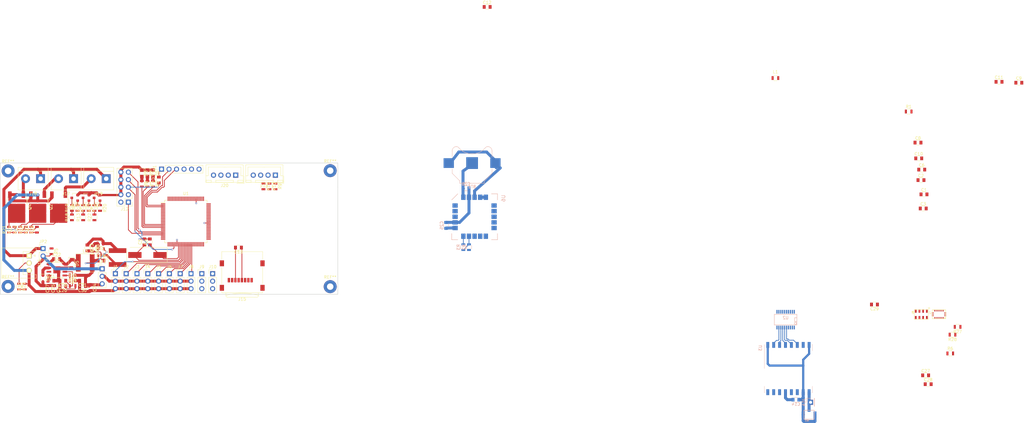
<source format=kicad_pcb>
(kicad_pcb (version 4) (host pcbnew 4.0.7)
  (layers (0 F.Cu signal) (31 B.Cu signal) (34 B.Paste user) (35 F.Paste user) (36 B.SilkS user) (37 F.SilkS user) (38 B.Mask user) (39 F.Mask user) (44 Edge.Cuts user))
  (net 0 "")
  (net 1 GND)
  (net 2 "Net-(AE1-Pad1)")
  (net 3 "Net-(BT1-Pad1)")
  (net 4 +5V)
  (net 5 "Net-(C4-Pad1)")
  (net 6 "Net-(C5-Pad1)")
  (net 7 /RESET)
  (net 8 /DTR)
  (net 9 "Net-(C12-Pad2)")
  (net 10 +3V3)
  (net 11 +BATT)
  (net 12 "Net-(D1-Pad2)")
  (net 13 "Net-(D2-Pad2)")
  (net 14 "Net-(D3-Pad2)")
  (net 15 "Net-(D4-Pad1)")
  (net 16 /SERVO1)
  (net 17 "Net-(J1-Pad2)")
  (net 18 /SERVO2)
  (net 19 /SERVO3)
  (net 20 /SERVO4)
  (net 21 /SERVO5)
  (net 22 /SERVO6)
  (net 23 /SERVO7)
  (net 24 /SERVO8)
  (net 25 /SERVO9)
  (net 26 /SERVO10)
  (net 27 /PROG_TX)
  (net 28 /PROG_RX)
  (net 29 /5V_MOSI)
  (net 30 /5V_SCK)
  (net 31 /5V_MISO)
  (net 32 "Net-(J13-Pad1)")
  (net 33 "Net-(J13-Pad2)")
  (net 34 "Net-(J13-Pad3)")
  (net 35 "Net-(J15-Pad9)")
  (net 36 /3V_MISO)
  (net 37 /3V_SCK)
  (net 38 /3V_MOSI)
  (net 39 /3V_SD_NSS)
  (net 40 VCC)
  (net 41 "Net-(J16-Pad2)")
  (net 42 "Net-(J17-Pad2)")
  (net 43 "Net-(J18-Pad2)")
  (net 44 "Net-(J19-Pad2)")
  (net 45 "Net-(Q1-Pad1)")
  (net 46 "Net-(Q1-Pad3)")
  (net 47 "Net-(Q2-Pad2)")
  (net 48 "Net-(Q3-Pad1)")
  (net 49 "Net-(Q3-Pad3)")
  (net 50 "Net-(Q4-Pad2)")
  (net 51 "Net-(Q5-Pad1)")
  (net 52 "Net-(Q5-Pad3)")
  (net 53 "Net-(Q6-Pad2)")
  (net 54 /GPS_RXD)
  (net 55 "Net-(R2-Pad2)")
  (net 56 /LED_RED)
  (net 57 /VBAT)
  (net 58 /LED_YELLOW)
  (net 59 /LED_GREEN)
  (net 60 /CAM_LED)
  (net 61 /CAM_PWR)
  (net 62 /CAM_PHOTO)
  (net 63 /TEST_EN_A)
  (net 64 /TEST_READ_A)
  (net 65 /~FIRE_A)
  (net 66 /TEST_EN_C)
  (net 67 /TEST_READ_C)
  (net 68 /TEST_EN_B)
  (net 69 /~FIRE_C)
  (net 70 /TEST_READ_B)
  (net 71 /~FIRE_B)
  (net 72 /3V_SCL)
  (net 73 /3V_SDA)
  (net 74 /VBAT2)
  (net 75 /LORA_INT)
  (net 76 /GPS_INT)
  (net 77 /5V_SCL)
  (net 78 /5V_SDA)
  (net 79 /GPS_TXD)
  (net 80 /5V_SD_NSS)
  (net 81 /5V_LORA_NSS)
  (net 82 /GYRO_INT1)
  (net 83 /GYRO_INT2)
  (net 84 /ACCEL_INT1)
  (net 85 /ACCEL_INT2)
  (net 86 /MAGNET_INT1)
  (net 87 /5V_LORA_RST)
  (net 88 /3V_LORA_NSS)
  (net 89 /3V_LORA_RST)
  (net 90 "Net-(U8-Pad5)")
  (net 91 "Net-(C18-Pad1)")
  (net 92 "Net-(C20-Pad1)")
  (net 93 "Net-(C21-Pad1)")
  (net 94 "Net-(C22-Pad1)")
  (net 95 "Net-(C22-Pad2)")
  (net 96 "Net-(L2-Pad1)")
  (net 97 "Net-(R32-Pad2)")
  (net 98 "Net-(R34-Pad2)")
  (net 99 "Net-(J20-Pad2)")
  (net 100 "Net-(J20-Pad3)")
  (net 101 "Net-(J11-Pad5)")
  (net 102 "Net-(J12-Pad3)")
  (net 103 "Net-(J15-Pad8)")
  (net 104 "Net-(J15-Pad1)")
  (net 105 "Net-(L1-Pad1)")
  (net 106 "Net-(U1-Pad1)")
  (net 107 "Net-(U1-Pad4)")
  (net 108 "Net-(U1-Pad5)")
  (net 109 "Net-(U1-Pad12)")
  (net 110 "Net-(U1-Pad13)")
  (net 111 "Net-(U1-Pad14)")
  (net 112 "Net-(U1-Pad18)")
  (net 113 "Net-(U1-Pad19)")
  (net 114 "Net-(U1-Pad23)")
  (net 115 "Net-(U1-Pad24)")
  (net 116 "Net-(U1-Pad25)")
  (net 117 "Net-(U1-Pad26)")
  (net 118 "Net-(U1-Pad27)")
  (net 119 "Net-(U1-Pad28)")
  (net 120 "Net-(U1-Pad29)")
  (net 121 "Net-(U1-Pad47)")
  (net 122 "Net-(U1-Pad48)")
  (net 123 "Net-(U1-Pad49)")
  (net 124 "Net-(U1-Pad50)")
  (net 125 "Net-(U1-Pad51)")
  (net 126 "Net-(U1-Pad52)")
  (net 127 "Net-(U1-Pad53)")
  (net 128 "Net-(U1-Pad54)")
  (net 129 "Net-(U1-Pad55)")
  (net 130 "Net-(U1-Pad56)")
  (net 131 "Net-(U1-Pad57)")
  (net 132 "Net-(U1-Pad58)")
  (net 133 "Net-(U1-Pad59)")
  (net 134 "Net-(U1-Pad60)")
  (net 135 "Net-(U1-Pad63)")
  (net 136 "Net-(U1-Pad64)")
  (net 137 "Net-(U1-Pad65)")
  (net 138 "Net-(U1-Pad69)")
  (net 139 "Net-(U1-Pad70)")
  (net 140 "Net-(U1-Pad79)")
  (net 141 "Net-(U1-Pad84)")
  (net 142 "Net-(U1-Pad90)")
  (net 143 "Net-(U1-Pad91)")
  (net 144 "Net-(U3-Pad7)")
  (net 145 "Net-(U3-Pad11)")
  (net 146 "Net-(U3-Pad12)")
  (net 147 "Net-(U3-Pad15)")
  (net 148 "Net-(U3-Pad16)")
  (net 149 "Net-(U4-Pad3)")
  (net 150 "Net-(U6-Pad7)")
  (net 151 "Net-(U6-Pad8)")
  (net 152 "Net-(U6-Pad18)")
  (net 153 "Net-(U7-Pad16)")
  (net 154 "Net-(U7-Pad17)")
  (net 155 "Net-(U7-Pad12)")
  (net 156 "Net-(U7-Pad2)")
  (net 157 "Net-(U7-Pad5)")
  (net 158 "Net-(U7-Pad20)")
  (module Connectors_JST:JST_XH_B04B-XH-A_04x2.50mm_Straight (layer F.Cu) (at 169.3672 80.3148 180)
    (fp_text reference J13 (at 3.75 -3.5 180) (layer F.SilkS))
    (fp_text value Conn_01x04)
    (pad 1 thru_hole rect (at 0 0 180) (size 1.75 1.75) (drill 1) (layers *.Cu *.Mask) (net 32 "Net-(J13-Pad1)"))
    (pad 2 thru_hole circle (at 2.5 0 180) (size 1.75 1.75) (drill 1) (layers *.Cu *.Mask) (net 33 "Net-(J13-Pad2)"))
    (pad 3 thru_hole circle (at 5 0 180) (size 1.75 1.75) (drill 1) (layers *.Cu *.Mask) (net 34 "Net-(J13-Pad3)"))
    (pad 4 thru_hole circle (at 7.5 0 180) (size 1.75 1.75) (drill 1) (layers *.Cu *.Mask) (net 1 GND))
  )
  (module Connectors_JST:JST_XH_B04B-XH-A_04x2.50mm_Straight (layer F.Cu) (at 155.9052 80.3148 180)
    (fp_text reference J20 (at 3.75 -3.5 180) (layer F.SilkS))
    (fp_text value Conn_01x04)
    (pad 1 thru_hole rect (at 0 0 180) (size 1.75 1.75) (drill 1) (layers *.Cu *.Mask) (net 4 +5V))
    (pad 2 thru_hole circle (at 2.5 0 180) (size 1.75 1.75) (drill 1) (layers *.Cu *.Mask) (net 99 "Net-(J20-Pad2)"))
    (pad 3 thru_hole circle (at 5 0 180) (size 1.75 1.75) (drill 1) (layers *.Cu *.Mask) (net 100 "Net-(J20-Pad3)"))
    (pad 4 thru_hole circle (at 7.5 0 180) (size 1.75 1.75) (drill 1) (layers *.Cu *.Mask) (net 1 GND))
  )
  (module Capacitors_SMD:C_0805 (layer F.Cu) (at 105.7148 104.9528 270)
    (fp_text reference C23 (at 0 -1.5 270) (layer F.SilkS))
    (fp_text value 22uF)
    (pad 1 smd rect (at -1 0 270) (size 1 1.25) (layers F.Cu F.Paste F.Mask) (net 10 +3V3))
    (pad 2 smd rect (at 1 0 270) (size 1 1.25) (layers F.Cu F.Paste F.Mask) (net 1 GND))
  )
  (module TO_SOT_Packages_SMD:TO-252-2 (layer F.Cu) (at 95.9739 91.1098 270)
    (fp_text reference Q6 (at 0 -4.5 270) (layer F.SilkS))
    (fp_text value Q_NMOS_DGS)
    (pad 1 smd rect (at -4.2 -2.28 270) (size 2.2 1.2) (layers F.Cu F.Paste F.Mask) (net 44 "Net-(J19-Pad2)"))
    (pad 3 smd rect (at -4.2 2.28 270) (size 2.2 1.2) (layers F.Cu F.Paste F.Mask) (net 1 GND))
    (pad 2 smd rect (at 2.1 0 270) (size 6.4 5.8) (layers F.Cu F.Mask) (net 53 "Net-(Q6-Pad2)"))
    (pad 2 smd rect (at 3.775 1.525 270) (size 3.05 2.75) (layers F.Cu F.Paste) (net 53 "Net-(Q6-Pad2)"))
    (pad 2 smd rect (at 0.425 -1.525 270) (size 3.05 2.75) (layers F.Cu F.Paste) (net 53 "Net-(Q6-Pad2)"))
    (pad 2 smd rect (at 3.775 -1.525 270) (size 3.05 2.75) (layers F.Cu F.Paste) (net 53 "Net-(Q6-Pad2)"))
    (pad 2 smd rect (at 0.425 1.525 270) (size 3.05 2.75) (layers F.Cu F.Paste) (net 53 "Net-(Q6-Pad2)"))
  )
  (module Mounting_Holes:MountingHole_2.2mm_M2_Pad (layer F.Cu) (at 187.9092 78.7908)
    (fp_text reference REF** (at 0 -3.2) (layer F.SilkS))
    (fp_text value MountingHole_2.2mm_M2_Pad)
    (pad 1 thru_hole circle (at 0 0) (size 4.4 4.4) (drill 2.2) (layers *.Cu *.Mask))
  )
  (module Mounting_Holes:MountingHole_2.2mm_M2_Pad (layer F.Cu) (at 187.9092 118.0592)
    (fp_text reference REF** (at 0 -3.2) (layer F.SilkS))
    (fp_text value MountingHole_2.2mm_M2_Pad)
    (pad 1 thru_hole circle (at 0 0) (size 4.4 4.4) (drill 2.2) (layers *.Cu *.Mask))
  )
  (module Mounting_Holes:MountingHole_2.2mm_M2_Pad (layer F.Cu) (at 78.867 117.983)
    (fp_text reference REF** (at 0 -3.2) (layer F.SilkS))
    (fp_text value MountingHole_2.2mm_M2_Pad)
    (pad 1 thru_hole circle (at 0 0) (size 4.4 4.4) (drill 2.2) (layers *.Cu *.Mask))
  )
  (module Crystals:Crystal_SMD_HC49-SD (layer F.Cu) (at 126.0348 107.3404 180)
    (fp_text reference Y1 (at 0 -3.55 180) (layer F.SilkS))
    (fp_text value 16MHz)
    (pad 1 smd rect (at -4.25 0 180) (size 4.5 2) (layers F.Cu F.Paste F.Mask) (net 5 "Net-(C4-Pad1)"))
    (pad 2 smd rect (at 4.25 0 180) (size 4.5 2) (layers F.Cu F.Paste F.Mask) (net 6 "Net-(C5-Pad1)"))
  )
  (module TO_SOT_Packages_SMD:SOT-23 (layer F.Cu) (at 101.4222 87.9983 180)
    (fp_text reference Q3 (at 0 -2.5 180) (layer F.SilkS))
    (fp_text value BC817)
    (pad 1 smd rect (at -1 -0.95 180) (size 0.9 0.8) (layers F.Cu F.Paste F.Mask) (net 48 "Net-(Q3-Pad1)"))
    (pad 2 smd rect (at -1 0.95 180) (size 0.9 0.8) (layers F.Cu F.Paste F.Mask) (net 1 GND))
    (pad 3 smd rect (at 1 0 180) (size 0.9 0.8) (layers F.Cu F.Paste F.Mask) (net 49 "Net-(Q3-Pad3)"))
  )
  (module TO_SOT_Packages_SMD:SOT-23 (layer F.Cu) (at 108.9787 87.9983 180)
    (fp_text reference Q5 (at 0 -2.5 180) (layer F.SilkS))
    (fp_text value BC817)
    (pad 1 smd rect (at -1 -0.95 180) (size 0.9 0.8) (layers F.Cu F.Paste F.Mask) (net 51 "Net-(Q5-Pad1)"))
    (pad 2 smd rect (at -1 0.95 180) (size 0.9 0.8) (layers F.Cu F.Paste F.Mask) (net 1 GND))
    (pad 3 smd rect (at 1 0 180) (size 0.9 0.8) (layers F.Cu F.Paste F.Mask) (net 52 "Net-(Q5-Pad3)"))
  )
  (module Current_Control_Systems:SAM-M8Q (layer B.Cu) (at 236.7915 94.3991 270)
    (fp_text reference U6 (at -6.25 -9.75 270) (layer B.SilkS) (effects (font (size 1.2 1.2)) (justify mirror)))
    (fp_text value SAM-M8Q)
    (pad 1 smd rect (at -6.6 3.8 180) (size 1.5 1.8) (layers B.Cu B.Paste B.Mask) (net 1 GND))
    (pad 2 smd rect (at -6.6 1.9 180) (size 1.5 1.8) (layers B.Cu B.Paste B.Mask) (net 10 +3V3))
    (pad 3 smd rect (at -6.6 0 180) (size 1.5 1.8) (layers B.Cu B.Paste B.Mask) (net 3 "Net-(BT1-Pad1)"))
    (pad 4 smd rect (at -6.6 -1.9 180) (size 1.5 1.8) (layers B.Cu B.Paste B.Mask) (net 1 GND))
    (pad 5 smd rect (at -6.6 -3.8 180) (size 1.5 1.8) (layers B.Cu B.Paste B.Mask) (net 1 GND))
    (pad 6 smd rect (at -3.8 -6.6 270) (size 1.5 1.8) (layers B.Cu B.Paste B.Mask) (net 1 GND))
    (pad 7 smd rect (at -1.9 -6.6 270) (size 1.5 1.8) (layers B.Cu B.Paste B.Mask) (net 150 "Net-(U6-Pad7)"))
    (pad 8 smd rect (at 0 -6.6 270) (size 1.5 1.8) (layers B.Cu B.Paste B.Mask) (net 151 "Net-(U6-Pad8)"))
    (pad 9 smd rect (at 1.9 -6.6 270) (size 1.5 1.8) (layers B.Cu B.Paste B.Mask) (net 73 /3V_SDA))
    (pad 10 smd rect (at 3.8 -6.6 270) (size 1.5 1.8) (layers B.Cu B.Paste B.Mask) (net 1 GND))
    (pad 11 smd rect (at 6.6 -3.8 180) (size 1.5 1.8) (layers B.Cu B.Paste B.Mask) (net 1 GND))
    (pad 12 smd rect (at 6.6 -1.9 180) (size 1.5 1.8) (layers B.Cu B.Paste B.Mask) (net 72 /3V_SCL))
    (pad 13 smd rect (at 6.6 0 180) (size 1.5 1.8) (layers B.Cu B.Paste B.Mask) (net 79 /GPS_TXD))
    (pad 14 smd rect (at 6.6 1.9 180) (size 1.5 1.8) (layers B.Cu B.Paste B.Mask) (net 54 /GPS_RXD))
    (pad 15 smd rect (at 6.6 3.8 180) (size 1.5 1.8) (layers B.Cu B.Paste B.Mask) (net 1 GND))
    (pad 16 smd rect (at 3.8 6.6 270) (size 1.5 1.8) (layers B.Cu B.Paste B.Mask) (net 1 GND))
    (pad 17 smd rect (at 1.9 6.6 270) (size 1.5 1.8) (layers B.Cu B.Paste B.Mask) (net 10 +3V3))
    (pad 18 smd rect (at 0 6.6 270) (size 1.5 1.8) (layers B.Cu B.Paste B.Mask) (net 152 "Net-(U6-Pad18)"))
    (pad 19 smd rect (at -1.9 6.6 270) (size 1.5 1.8) (layers B.Cu B.Paste B.Mask) (net 76 /GPS_INT))
    (pad 20 smd rect (at -3.8 6.6 270) (size 1.5 1.8) (layers B.Cu B.Paste B.Mask) (net 1 GND))
  )
  (module Current_Control_Systems:U.FL-R-SMT (layer B.Cu) (at 350.0247 161.4043)
    (fp_text reference AE1 (at -0.75 2) (layer B.SilkS) (effects (font (size 0.5 0.5) (thickness 0.125)) (justify mirror)))
    (fp_text value Antenna_Shield)
    (pad 2 smd trapezoid (at -2 0) (size 1 2.2) (layers B.Cu B.Paste B.Mask) (net 1 GND))
    (pad 2 smd trapezoid (at 2 0) (size 1 2.2) (layers B.Cu B.Paste B.Mask) (net 1 GND))
    (pad 1 smd trapezoid (at 0 -1.5) (size 1 1) (layers B.Cu B.Paste B.Mask) (net 2 "Net-(AE1-Pad1)"))
  )
  (module Battery_Holders:Keystone_3000_1x12mm-CoinCell (layer B.Cu) (at 235.9406 76.2254)
    (fp_text reference BT1 (at 0 8) (layer B.SilkS) (effects (justify mirror)))
    (fp_text value Battery_Cell)
    (pad 1 smd rect (at -7.9 0) (size 3.5 3.3) (layers B.Cu B.Paste B.Mask) (net 3 "Net-(BT1-Pad1)"))
    (pad 1 smd rect (at 7.9 0) (size 3.5 3.3) (layers B.Cu B.Paste B.Mask) (net 3 "Net-(BT1-Pad1)"))
    (pad 2 smd rect (at 0 0) (size 4 4) (layers B.Cu B.Mask) (net 1 GND))
  )
  (module Capacitors_SMD:C_0805 (layer F.Cu) (at 388.9248 86.8172)
    (fp_text reference C1 (at 0 -1.5) (layer F.SilkS))
    (fp_text value 100nF)
    (pad 1 smd rect (at -1 0) (size 1 1.25) (layers F.Cu F.Paste F.Mask) (net 4 +5V))
    (pad 2 smd rect (at 1 0) (size 1 1.25) (layers F.Cu F.Paste F.Mask) (net 1 GND))
  )
  (module Capacitors_SMD:C_0805 (layer F.Cu) (at 387.9088 81.9912)
    (fp_text reference C2 (at 0 -1.5) (layer F.SilkS))
    (fp_text value 100nF)
    (pad 1 smd rect (at -1 0) (size 1 1.25) (layers F.Cu F.Paste F.Mask) (net 4 +5V))
    (pad 2 smd rect (at 1 0) (size 1 1.25) (layers F.Cu F.Paste F.Mask) (net 1 GND))
  )
  (module Capacitors_SMD:C_0805 (layer F.Cu) (at 388.6708 91.5924)
    (fp_text reference C3 (at 0 -1.5) (layer F.SilkS))
    (fp_text value 100nF)
    (pad 1 smd rect (at -1 0) (size 1 1.25) (layers F.Cu F.Paste F.Mask) (net 4 +5V))
    (pad 2 smd rect (at 1 0) (size 1 1.25) (layers F.Cu F.Paste F.Mask) (net 1 GND))
  )
  (module Capacitors_SMD:C_0805 (layer F.Cu) (at 126.8476 102.9208 90)
    (fp_text reference C4 (at 0 -1.5 90) (layer F.SilkS))
    (fp_text value 22pF)
    (pad 1 smd rect (at -1 0 90) (size 1 1.25) (layers F.Cu F.Paste F.Mask) (net 5 "Net-(C4-Pad1)"))
    (pad 2 smd rect (at 1 0 90) (size 1 1.25) (layers F.Cu F.Paste F.Mask) (net 1 GND))
  )
  (module Capacitors_SMD:C_0805 (layer F.Cu) (at 125.0188 102.9208 90)
    (fp_text reference C5 (at 0 -1.5 90) (layer F.SilkS))
    (fp_text value 22pF)
    (pad 1 smd rect (at -1 0 90) (size 1 1.25) (layers F.Cu F.Paste F.Mask) (net 6 "Net-(C5-Pad1)"))
    (pad 2 smd rect (at 1 0 90) (size 1 1.25) (layers F.Cu F.Paste F.Mask) (net 1 GND))
  )
  (module Capacitors_SMD:C_0805 (layer F.Cu) (at 388.1628 78.4352)
    (fp_text reference C6 (at 0 -1.5) (layer F.SilkS))
    (fp_text value 100nF)
    (pad 1 smd rect (at -1 0) (size 1 1.25) (layers F.Cu F.Paste F.Mask) (net 4 +5V))
    (pad 2 smd rect (at 1 0) (size 1 1.25) (layers F.Cu F.Paste F.Mask) (net 1 GND))
  )
  (module Capacitors_SMD:C_0805 (layer F.Cu) (at 129.8956 81.9404 90)
    (fp_text reference C7 (at 0 -1.5 90) (layer F.SilkS))
    (fp_text value 100nF)
    (pad 1 smd rect (at -1 0 90) (size 1 1.25) (layers F.Cu F.Paste F.Mask) (net 7 /RESET))
    (pad 2 smd rect (at 1 0 90) (size 1 1.25) (layers F.Cu F.Paste F.Mask) (net 8 /DTR))
  )
  (module Capacitors_SMD:C_0805 (layer F.Cu) (at 386.8928 69.2912)
    (fp_text reference C8 (at 0 -1.5) (layer F.SilkS))
    (fp_text value 100nF)
    (pad 1 smd rect (at -1 0) (size 1 1.25) (layers F.Cu F.Paste F.Mask) (net 4 +5V))
    (pad 2 smd rect (at 1 0) (size 1 1.25) (layers F.Cu F.Paste F.Mask) (net 1 GND))
  )
  (module Capacitors_SMD:C_0805 (layer F.Cu) (at 387.1468 74.6252)
    (fp_text reference C10 (at 0 -1.5) (layer F.SilkS))
    (fp_text value 100nF)
    (pad 1 smd rect (at -1 0) (size 1 1.25) (layers F.Cu F.Paste F.Mask) (net 4 +5V))
    (pad 2 smd rect (at 1 0) (size 1 1.25) (layers F.Cu F.Paste F.Mask) (net 1 GND))
  )
  (module Capacitors_SMD:C_0805 (layer F.Cu) (at 241.046 23.368)
    (fp_text reference C12 (at 0 -1.5) (layer F.SilkS))
    (fp_text value 100nF)
    (pad 1 smd rect (at -1 0) (size 1 1.25) (layers F.Cu F.Paste F.Mask) (net 1 GND))
    (pad 2 smd rect (at 1 0) (size 1 1.25) (layers F.Cu F.Paste F.Mask) (net 9 "Net-(C12-Pad2)"))
  )
  (module Capacitors_SMD:C_0805 (layer F.Cu) (at 156.845 104.8258 180)
    (fp_text reference C13 (at 0 -1.5 180) (layer F.SilkS))
    (fp_text value 100nF)
    (pad 1 smd rect (at -1 0 180) (size 1 1.25) (layers F.Cu F.Paste F.Mask) (net 10 +3V3))
    (pad 2 smd rect (at 1 0 180) (size 1 1.25) (layers F.Cu F.Paste F.Mask) (net 1 GND))
  )
  (module Capacitors_SMD:C_0805 (layer B.Cu) (at 345.5797 156.3243)
    (fp_text reference C14 (at 0 1.5) (layer B.SilkS) (effects (justify mirror)))
    (fp_text value 100nF)
    (pad 1 smd rect (at -1 0) (size 1 1.25) (layers B.Cu B.Paste B.Mask) (net 10 +3V3))
    (pad 2 smd rect (at 1 0) (size 1 1.25) (layers B.Cu B.Paste B.Mask) (net 1 GND))
  )
  (module Capacitors_SMD:C_0805 (layer F.Cu) (at 92.6084 118.6942 270)
    (fp_text reference C15 (at 0 -1.5 270) (layer F.SilkS))
    (fp_text value 100nF)
    (pad 1 smd rect (at -1 0 270) (size 1 1.25) (layers F.Cu F.Paste F.Mask) (net 11 +BATT))
    (pad 2 smd rect (at 1 0 270) (size 1 1.25) (layers F.Cu F.Paste F.Mask) (net 1 GND))
  )
  (module Capacitors_SMD:C_0805 (layer F.Cu) (at 94.488 118.7196 270)
    (fp_text reference C16 (at 0 -1.5 270) (layer F.SilkS))
    (fp_text value 22uF)
    (pad 1 smd rect (at -1 0 270) (size 1 1.25) (layers F.Cu F.Paste F.Mask) (net 11 +BATT))
    (pad 2 smd rect (at 1 0 270) (size 1 1.25) (layers F.Cu F.Paste F.Mask) (net 1 GND))
  )
  (module Capacitors_SMD:C_0805 (layer F.Cu) (at 97.3836 116.0526 180)
    (fp_text reference C18 (at 0 -1.5 180) (layer F.SilkS))
    (fp_text value "120pF 50V")
    (pad 1 smd rect (at -1 0 180) (size 1 1.25) (layers F.Cu F.Paste F.Mask) (net 91 "Net-(C18-Pad1)"))
    (pad 2 smd rect (at 1 0 180) (size 1 1.25) (layers F.Cu F.Paste F.Mask) (net 1 GND))
  )
  (module Capacitors_SMD:C_0805 (layer F.Cu) (at 97.3836 117.856 180)
    (fp_text reference C20 (at 0 -1.5 180) (layer F.SilkS))
    (fp_text value "6.8nF 50V")
    (pad 1 smd rect (at -1 0 180) (size 1 1.25) (layers F.Cu F.Paste F.Mask) (net 92 "Net-(C20-Pad1)"))
    (pad 2 smd rect (at 1 0 180) (size 1 1.25) (layers F.Cu F.Paste F.Mask) (net 1 GND))
  )
  (module Capacitors_SMD:C_0805 (layer F.Cu) (at 106.7308 118.4148 270)
    (fp_text reference C24 (at 0 -1.5 270) (layer F.SilkS))
    (fp_text value 10uF)
    (pad 1 smd rect (at -1 0 270) (size 1 1.25) (layers F.Cu F.Paste F.Mask) (net 4 +5V))
    (pad 2 smd rect (at 1 0 270) (size 1 1.25) (layers F.Cu F.Paste F.Mask) (net 1 GND))
  )
  (module Capacitors_SMD:C_0805 (layer B.Cu) (at 227.1395 97.3201 270)
    (fp_text reference C25 (at 0 1.5 270) (layer B.SilkS) (effects (justify mirror)))
    (fp_text value 100nF)
    (pad 1 smd rect (at -1 0 270) (size 1 1.25) (layers B.Cu B.Paste B.Mask) (net 10 +3V3))
    (pad 2 smd rect (at 1 0 270) (size 1 1.25) (layers B.Cu B.Paste B.Mask) (net 1 GND))
  )
  (module Capacitors_SMD:C_0805 (layer B.Cu) (at 233.8705 84.7471 180)
    (fp_text reference C26 (at 0 1.5 180) (layer B.SilkS) (effects (justify mirror)))
    (fp_text value 100nF)
    (pad 1 smd rect (at -1 0 180) (size 1 1.25) (layers B.Cu B.Paste B.Mask) (net 10 +3V3))
    (pad 2 smd rect (at 1 0 180) (size 1 1.25) (layers B.Cu B.Paste B.Mask) (net 1 GND))
  )
  (module Capacitors_SMD:C_0805 (layer F.Cu) (at 389.4836 148.082)
    (fp_text reference C27 (at 0 -1.5) (layer F.SilkS))
    (fp_text value 100nF)
    (pad 1 smd rect (at -1 0) (size 1 1.25) (layers F.Cu F.Paste F.Mask) (net 10 +3V3))
    (pad 2 smd rect (at 1 0) (size 1 1.25) (layers F.Cu F.Paste F.Mask) (net 1 GND))
  )
  (module Capacitors_SMD:C_0805 (layer F.Cu) (at 390.3472 151.0792)
    (fp_text reference C28 (at 0 -1.5) (layer F.SilkS))
    (fp_text value 100nF)
    (pad 1 smd rect (at -1 0) (size 1 1.25) (layers F.Cu F.Paste F.Mask) (net 10 +3V3))
    (pad 2 smd rect (at 1 0) (size 1 1.25) (layers F.Cu F.Paste F.Mask) (net 1 GND))
  )
  (module Capacitors_SMD:C_0805 (layer F.Cu) (at 372.1608 124.1044 180)
    (fp_text reference C29 (at 0 -1.5 180) (layer F.SilkS))
    (fp_text value 100nF)
    (pad 1 smd rect (at -1 0 180) (size 1 1.25) (layers F.Cu F.Paste F.Mask) (net 10 +3V3))
    (pad 2 smd rect (at 1 0 180) (size 1 1.25) (layers F.Cu F.Paste F.Mask) (net 1 GND))
  )
  (module LEDs:LED_0805 (layer F.Cu) (at 127.9144 79.7052 270)
    (fp_text reference D1 (at 0 -1.45 270) (layer F.SilkS))
    (fp_text value LED)
    (pad 2 smd rect (at 1.1 0 90) (size 1.2 1.2) (layers F.Cu F.Paste F.Mask) (net 12 "Net-(D1-Pad2)"))
    (pad 1 smd rect (at -1.1 0 90) (size 1.2 1.2) (layers F.Cu F.Paste F.Mask) (net 1 GND))
  )
  (module LEDs:LED_0805 (layer F.Cu) (at 126.0348 79.7052 270)
    (fp_text reference D2 (at 0 -1.45 270) (layer F.SilkS))
    (fp_text value LED)
    (pad 2 smd rect (at 1.1 0 90) (size 1.2 1.2) (layers F.Cu F.Paste F.Mask) (net 13 "Net-(D2-Pad2)"))
    (pad 1 smd rect (at -1.1 0 90) (size 1.2 1.2) (layers F.Cu F.Paste F.Mask) (net 1 GND))
  )
  (module LEDs:LED_0805 (layer F.Cu) (at 124.1552 79.7052 270)
    (fp_text reference D3 (at 0 -1.45 270) (layer F.SilkS))
    (fp_text value LED)
    (pad 2 smd rect (at 1.1 0 90) (size 1.2 1.2) (layers F.Cu F.Paste F.Mask) (net 14 "Net-(D3-Pad2)"))
    (pad 1 smd rect (at -1.1 0 90) (size 1.2 1.2) (layers F.Cu F.Paste F.Mask) (net 1 GND))
  )
  (module Pin_Headers:Pin_Header_Straight_1x03_Pitch2.54mm (layer F.Cu) (at 115.189 113.665)
    (fp_text reference J1 (at 0 -2.33) (layer F.SilkS))
    (fp_text value Conn_01x03)
    (pad 1 thru_hole rect (at 0 0) (size 1.7 1.7) (drill 1) (layers *.Cu *.Mask) (net 16 /SERVO1))
    (pad 2 thru_hole oval (at 0 2.54) (size 1.7 1.7) (drill 1) (layers *.Cu *.Mask) (net 17 "Net-(J1-Pad2)"))
    (pad 3 thru_hole oval (at 0 5.08) (size 1.7 1.7) (drill 1) (layers *.Cu *.Mask) (net 1 GND))
  )
  (module Pin_Headers:Pin_Header_Straight_1x03_Pitch2.54mm (layer F.Cu) (at 118.8466 113.665)
    (fp_text reference J2 (at 0 -2.33) (layer F.SilkS))
    (fp_text value Conn_01x03)
    (pad 1 thru_hole rect (at 0 0) (size 1.7 1.7) (drill 1) (layers *.Cu *.Mask) (net 18 /SERVO2))
    (pad 2 thru_hole oval (at 0 2.54) (size 1.7 1.7) (drill 1) (layers *.Cu *.Mask) (net 17 "Net-(J1-Pad2)"))
    (pad 3 thru_hole oval (at 0 5.08) (size 1.7 1.7) (drill 1) (layers *.Cu *.Mask) (net 1 GND))
  )
  (module Pin_Headers:Pin_Header_Straight_1x03_Pitch2.54mm (layer F.Cu) (at 122.5042 113.665)
    (fp_text reference J3 (at 0 -2.33) (layer F.SilkS))
    (fp_text value Conn_01x03)
    (pad 1 thru_hole rect (at 0 0) (size 1.7 1.7) (drill 1) (layers *.Cu *.Mask) (net 19 /SERVO3))
    (pad 2 thru_hole oval (at 0 2.54) (size 1.7 1.7) (drill 1) (layers *.Cu *.Mask) (net 17 "Net-(J1-Pad2)"))
    (pad 3 thru_hole oval (at 0 5.08) (size 1.7 1.7) (drill 1) (layers *.Cu *.Mask) (net 1 GND))
  )
  (module Pin_Headers:Pin_Header_Straight_1x03_Pitch2.54mm (layer F.Cu) (at 126.1618 113.665)
    (fp_text reference J4 (at 0 -2.33) (layer F.SilkS))
    (fp_text value Conn_01x03)
    (pad 1 thru_hole rect (at 0 0) (size 1.7 1.7) (drill 1) (layers *.Cu *.Mask) (net 20 /SERVO4))
    (pad 2 thru_hole oval (at 0 2.54) (size 1.7 1.7) (drill 1) (layers *.Cu *.Mask) (net 17 "Net-(J1-Pad2)"))
    (pad 3 thru_hole oval (at 0 5.08) (size 1.7 1.7) (drill 1) (layers *.Cu *.Mask) (net 1 GND))
  )
  (module Pin_Headers:Pin_Header_Straight_1x03_Pitch2.54mm (layer F.Cu) (at 129.8194 113.665)
    (fp_text reference J5 (at 0 -2.33) (layer F.SilkS))
    (fp_text value Conn_01x03)
    (pad 1 thru_hole rect (at 0 0) (size 1.7 1.7) (drill 1) (layers *.Cu *.Mask) (net 21 /SERVO5))
    (pad 2 thru_hole oval (at 0 2.54) (size 1.7 1.7) (drill 1) (layers *.Cu *.Mask) (net 17 "Net-(J1-Pad2)"))
    (pad 3 thru_hole oval (at 0 5.08) (size 1.7 1.7) (drill 1) (layers *.Cu *.Mask) (net 1 GND))
  )
  (module Pin_Headers:Pin_Header_Straight_1x03_Pitch2.54mm (layer F.Cu) (at 133.477 113.665)
    (fp_text reference J6 (at 0 -2.33) (layer F.SilkS))
    (fp_text value Conn_01x03)
    (pad 1 thru_hole rect (at 0 0) (size 1.7 1.7) (drill 1) (layers *.Cu *.Mask) (net 22 /SERVO6))
    (pad 2 thru_hole oval (at 0 2.54) (size 1.7 1.7) (drill 1) (layers *.Cu *.Mask) (net 17 "Net-(J1-Pad2)"))
    (pad 3 thru_hole oval (at 0 5.08) (size 1.7 1.7) (drill 1) (layers *.Cu *.Mask) (net 1 GND))
  )
  (module Pin_Headers:Pin_Header_Straight_1x03_Pitch2.54mm (layer F.Cu) (at 137.1346 113.665)
    (fp_text reference J7 (at 0 -2.33) (layer F.SilkS))
    (fp_text value Conn_01x03)
    (pad 1 thru_hole rect (at 0 0) (size 1.7 1.7) (drill 1) (layers *.Cu *.Mask) (net 23 /SERVO7))
    (pad 2 thru_hole oval (at 0 2.54) (size 1.7 1.7) (drill 1) (layers *.Cu *.Mask) (net 17 "Net-(J1-Pad2)"))
    (pad 3 thru_hole oval (at 0 5.08) (size 1.7 1.7) (drill 1) (layers *.Cu *.Mask) (net 1 GND))
  )
  (module Pin_Headers:Pin_Header_Straight_1x03_Pitch2.54mm (layer F.Cu) (at 140.7922 113.665)
    (fp_text reference J8 (at 0 -2.33) (layer F.SilkS))
    (fp_text value Conn_01x03)
    (pad 1 thru_hole rect (at 0 0) (size 1.7 1.7) (drill 1) (layers *.Cu *.Mask) (net 24 /SERVO8))
    (pad 2 thru_hole oval (at 0 2.54) (size 1.7 1.7) (drill 1) (layers *.Cu *.Mask) (net 17 "Net-(J1-Pad2)"))
    (pad 3 thru_hole oval (at 0 5.08) (size 1.7 1.7) (drill 1) (layers *.Cu *.Mask) (net 1 GND))
  )
  (module Pin_Headers:Pin_Header_Straight_1x03_Pitch2.54mm (layer F.Cu) (at 144.4498 113.665)
    (fp_text reference J9 (at 0 -2.33) (layer F.SilkS))
    (fp_text value Conn_01x03)
    (pad 1 thru_hole rect (at 0 0) (size 1.7 1.7) (drill 1) (layers *.Cu *.Mask) (net 25 /SERVO9))
    (pad 2 thru_hole oval (at 0 2.54) (size 1.7 1.7) (drill 1) (layers *.Cu *.Mask) (net 17 "Net-(J1-Pad2)"))
    (pad 3 thru_hole oval (at 0 5.08) (size 1.7 1.7) (drill 1) (layers *.Cu *.Mask) (net 1 GND))
  )
  (module Pin_Headers:Pin_Header_Straight_1x03_Pitch2.54mm (layer F.Cu) (at 148.1074 113.665)
    (fp_text reference J10 (at 0 -2.33) (layer F.SilkS))
    (fp_text value Conn_01x03)
    (pad 1 thru_hole rect (at 0 0) (size 1.7 1.7) (drill 1) (layers *.Cu *.Mask) (net 26 /SERVO10))
    (pad 2 thru_hole oval (at 0 2.54) (size 1.7 1.7) (drill 1) (layers *.Cu *.Mask) (net 17 "Net-(J1-Pad2)"))
    (pad 3 thru_hole oval (at 0 5.08) (size 1.7 1.7) (drill 1) (layers *.Cu *.Mask) (net 1 GND))
  )
  (module Pin_Headers:Pin_Header_Straight_2x05_Pitch2.54mm (layer F.Cu) (at 119.5832 89.4588 180)
    (fp_text reference J12 (at 1.27 -2.33 180) (layer F.SilkS))
    (fp_text value Conn_02x05_Odd_Even)
    (pad 1 thru_hole rect (at 0 0 180) (size 1.7 1.7) (drill 1) (layers *.Cu *.Mask) (net 29 /5V_MOSI))
    (pad 2 thru_hole oval (at 2.54 0 180) (size 1.7 1.7) (drill 1) (layers *.Cu *.Mask) (net 4 +5V))
    (pad 3 thru_hole oval (at 0 2.54 180) (size 1.7 1.7) (drill 1) (layers *.Cu *.Mask) (net 102 "Net-(J12-Pad3)"))
    (pad 4 thru_hole oval (at 2.54 2.54 180) (size 1.7 1.7) (drill 1) (layers *.Cu *.Mask) (net 1 GND))
    (pad 5 thru_hole oval (at 0 5.08 180) (size 1.7 1.7) (drill 1) (layers *.Cu *.Mask) (net 7 /RESET))
    (pad 6 thru_hole oval (at 2.54 5.08 180) (size 1.7 1.7) (drill 1) (layers *.Cu *.Mask) (net 1 GND))
    (pad 7 thru_hole oval (at 0 7.62 180) (size 1.7 1.7) (drill 1) (layers *.Cu *.Mask) (net 30 /5V_SCK))
    (pad 8 thru_hole oval (at 2.54 7.62 180) (size 1.7 1.7) (drill 1) (layers *.Cu *.Mask) (net 1 GND))
    (pad 9 thru_hole oval (at 0 10.16 180) (size 1.7 1.7) (drill 1) (layers *.Cu *.Mask) (net 31 /5V_MISO))
    (pad 10 thru_hole oval (at 2.54 10.16 180) (size 1.7 1.7) (drill 1) (layers *.Cu *.Mask) (net 1 GND))
  )
  (module Pin_Headers:Pin_Header_Straight_1x01_Pitch2.54mm (layer B.Cu) (at 350.5327 157.2133 270)
    (fp_text reference J14 (at 0 2.33 270) (layer B.SilkS) (effects (justify mirror)))
    (fp_text value Conn_01x01)
    (pad 1 thru_hole rect (at 0 0 270) (size 1.7 1.7) (drill 1) (layers *.Cu *.Mask) (net 2 "Net-(AE1-Pad1)"))
  )
  (module Connectors:microSD_Card_Receptacle_Wuerth_693072010801 (layer F.Cu) (at 158.115 113.157 180)
    (fp_text reference J15 (at 0 -9.14 180) (layer F.SilkS))
    (fp_text value Micro_SD_Card)
    (pad 9 smd rect (at 6.875 -5.3 180) (size 1.45 2) (layers F.Cu F.Paste F.Mask) (net 35 "Net-(J15-Pad9)"))
    (pad 9 smd rect (at -6.875 -5.3 180) (size 1.45 2) (layers F.Cu F.Paste F.Mask) (net 35 "Net-(J15-Pad9)"))
    (pad 9 smd rect (at -6.875 3 180) (size 1.45 2) (layers F.Cu F.Paste F.Mask) (net 35 "Net-(J15-Pad9)"))
    (pad 9 smd rect (at 6.875 3 180) (size 1.45 2) (layers F.Cu F.Paste F.Mask) (net 35 "Net-(J15-Pad9)"))
    (pad 8 smd rect (at 4.5 -2.7 180) (size 0.8 1.5) (layers F.Cu F.Paste F.Mask) (net 103 "Net-(J15-Pad8)"))
    (pad 7 smd rect (at 3.4 -2.7 180) (size 0.8 1.5) (layers F.Cu F.Paste F.Mask) (net 36 /3V_MISO))
    (pad 6 smd rect (at 2.3 -2.7 180) (size 0.8 1.5) (layers F.Cu F.Paste F.Mask) (net 1 GND))
    (pad 5 smd rect (at 1.2 -2.7 180) (size 0.8 1.5) (layers F.Cu F.Paste F.Mask) (net 37 /3V_SCK))
    (pad 4 smd rect (at 0.1 -2.7 180) (size 0.8 1.5) (layers F.Cu F.Paste F.Mask) (net 10 +3V3))
    (pad 3 smd rect (at -1 -2.7 180) (size 0.8 1.5) (layers F.Cu F.Paste F.Mask) (net 38 /3V_MOSI))
    (pad 2 smd rect (at -2.1 -2.7 180) (size 0.8 1.5) (layers F.Cu F.Paste F.Mask) (net 39 /3V_SD_NSS))
    (pad 1 smd rect (at -3.2 -2.7 180) (size 0.8 1.5) (layers F.Cu F.Paste F.Mask) (net 104 "Net-(J15-Pad1)"))
  )
  (module Connectors_JST:JST_XH_S03B-XH-A_03x2.50mm_Angled (layer F.Cu) (at 85.979 107.569 270)
    (fp_text reference J16 (at 2.5 -3.5 270) (layer F.SilkS))
    (fp_text value Conn_01x03)
    (pad 1 thru_hole rect (at 0 0 270) (size 1.75 1.75) (drill 1) (layers *.Cu *.Mask F.SilkS) (net 40 VCC))
    (pad 2 thru_hole circle (at 2.5 0 270) (size 1.75 1.75) (drill 1) (layers *.Cu *.Mask F.SilkS) (net 41 "Net-(J16-Pad2)"))
    (pad 3 thru_hole circle (at 5 0 270) (size 1.75 1.75) (drill 1) (layers *.Cu *.Mask F.SilkS) (net 1 GND))
  )
  (module Connectors_Terminal_Blocks:TerminalBlock_bornier-2_P5.08mm (layer F.Cu) (at 101.0412 81.5086 180)
    (fp_text reference J17 (at 2.54 -5.08 180) (layer F.SilkS))
    (fp_text value CHARGE_A)
    (pad 1 thru_hole rect (at 0 0 180) (size 3 3) (drill 1.52) (layers *.Cu *.Mask) (net 40 VCC))
    (pad 2 thru_hole circle (at 5.08 0 180) (size 3 3) (drill 1.52) (layers *.Cu *.Mask) (net 42 "Net-(J17-Pad2)"))
  )
  (module Connectors_Terminal_Blocks:TerminalBlock_bornier-2_P5.08mm (layer F.Cu) (at 89.8652 81.5086 180)
    (fp_text reference J18 (at 2.54 -5.08 180) (layer F.SilkS))
    (fp_text value CHARGE_C)
    (pad 1 thru_hole rect (at 0 0 180) (size 3 3) (drill 1.52) (layers *.Cu *.Mask) (net 40 VCC))
    (pad 2 thru_hole circle (at 5.08 0 180) (size 3 3) (drill 1.52) (layers *.Cu *.Mask) (net 43 "Net-(J18-Pad2)"))
  )
  (module Connectors_Terminal_Blocks:TerminalBlock_bornier-2_P5.08mm (layer F.Cu) (at 112.0902 81.5086 180)
    (fp_text reference J19 (at 2.54 -5.08 180) (layer F.SilkS))
    (fp_text value CHARGE_B)
    (pad 1 thru_hole rect (at 0 0 180) (size 3 3) (drill 1.52) (layers *.Cu *.Mask) (net 40 VCC))
    (pad 2 thru_hole circle (at 5.08 0 180) (size 3 3) (drill 1.52) (layers *.Cu *.Mask) (net 44 "Net-(J19-Pad2)"))
  )
  (module Pin_Headers:Pin_Header_Straight_1x03_Pitch2.54mm (layer F.Cu) (at 110.7186 112.014)
    (fp_text reference JP1 (at 0 -2.33) (layer F.SilkS))
    (fp_text value Jumper_NC_Dual)
    (pad 1 thru_hole rect (at 0 0) (size 1.7 1.7) (drill 1) (layers *.Cu *.Mask) (net 11 +BATT))
    (pad 2 thru_hole oval (at 0 2.54) (size 1.7 1.7) (drill 1) (layers *.Cu *.Mask) (net 17 "Net-(J1-Pad2)"))
    (pad 3 thru_hole oval (at 0 5.08) (size 1.7 1.7) (drill 1) (layers *.Cu *.Mask) (net 4 +5V))
  )
  (module Pin_Headers:Pin_Header_Straight_1x02_Pitch2.54mm (layer F.Cu) (at 90.7034 105.156)
    (fp_text reference JP2 (at 0 -2.33) (layer F.SilkS))
    (fp_text value Jumper_NO_Small)
    (pad 1 thru_hole rect (at 0 0) (size 1.7 1.7) (drill 1) (layers *.Cu *.Mask) (net 40 VCC))
    (pad 2 thru_hole oval (at 0 2.54) (size 1.7 1.7) (drill 1) (layers *.Cu *.Mask) (net 11 +BATT))
  )
  (module Inductors_SMD:L_0805 (layer F.Cu) (at 338.6328 47.4472)
    (fp_text reference L1 (at 0 -2.1) (layer F.SilkS))
    (fp_text value 10uH)
    (pad 1 smd rect (at -0.95 0) (size 0.7 1.3) (layers F.Cu F.Paste F.Mask) (net 105 "Net-(L1-Pad1)"))
    (pad 2 smd rect (at 0.95 0) (size 0.7 1.3) (layers F.Cu F.Paste F.Mask) (net 9 "Net-(C12-Pad2)"))
  )
  (module TO_SOT_Packages_SMD:SOT-23 (layer F.Cu) (at 105.2322 87.9983 180)
    (fp_text reference Q1 (at 0 -2.5 180) (layer F.SilkS))
    (fp_text value BC817)
    (pad 1 smd rect (at -1 -0.95 180) (size 0.9 0.8) (layers F.Cu F.Paste F.Mask) (net 45 "Net-(Q1-Pad1)"))
    (pad 2 smd rect (at -1 0.95 180) (size 0.9 0.8) (layers F.Cu F.Paste F.Mask) (net 1 GND))
    (pad 3 smd rect (at 1 0 180) (size 0.9 0.8) (layers F.Cu F.Paste F.Mask) (net 46 "Net-(Q1-Pad3)"))
  )
  (module TO_SOT_Packages_SMD:TO-252-2 (layer F.Cu) (at 88.8619 91.1098 270)
    (fp_text reference Q2 (at 0 -4.5 270) (layer F.SilkS))
    (fp_text value Q_NMOS_DGS)
    (pad 1 smd rect (at -4.2 -2.28 270) (size 2.2 1.2) (layers F.Cu F.Paste F.Mask) (net 42 "Net-(J17-Pad2)"))
    (pad 3 smd rect (at -4.2 2.28 270) (size 2.2 1.2) (layers F.Cu F.Paste F.Mask) (net 1 GND))
    (pad 2 smd rect (at 2.1 0 270) (size 6.4 5.8) (layers F.Cu F.Mask) (net 47 "Net-(Q2-Pad2)"))
    (pad 2 smd rect (at 3.775 1.525 270) (size 3.05 2.75) (layers F.Cu F.Paste) (net 47 "Net-(Q2-Pad2)"))
    (pad 2 smd rect (at 0.425 -1.525 270) (size 3.05 2.75) (layers F.Cu F.Paste) (net 47 "Net-(Q2-Pad2)"))
    (pad 2 smd rect (at 3.775 -1.525 270) (size 3.05 2.75) (layers F.Cu F.Paste) (net 47 "Net-(Q2-Pad2)"))
    (pad 2 smd rect (at 0.425 1.525 270) (size 3.05 2.75) (layers F.Cu F.Paste) (net 47 "Net-(Q2-Pad2)"))
  )
  (module TO_SOT_Packages_SMD:TO-252-2 (layer F.Cu) (at 81.7499 91.1098 270)
    (fp_text reference Q4 (at 0 -4.5 270) (layer F.SilkS))
    (fp_text value Q_NMOS_DGS)
    (pad 1 smd rect (at -4.2 -2.28 270) (size 2.2 1.2) (layers F.Cu F.Paste F.Mask) (net 43 "Net-(J18-Pad2)"))
    (pad 3 smd rect (at -4.2 2.28 270) (size 2.2 1.2) (layers F.Cu F.Paste F.Mask) (net 1 GND))
    (pad 2 smd rect (at 2.1 0 270) (size 6.4 5.8) (layers F.Cu F.Mask) (net 50 "Net-(Q4-Pad2)"))
    (pad 2 smd rect (at 3.775 1.525 270) (size 3.05 2.75) (layers F.Cu F.Paste) (net 50 "Net-(Q4-Pad2)"))
    (pad 2 smd rect (at 0.425 -1.525 270) (size 3.05 2.75) (layers F.Cu F.Paste) (net 50 "Net-(Q4-Pad2)"))
    (pad 2 smd rect (at 3.775 -1.525 270) (size 3.05 2.75) (layers F.Cu F.Paste) (net 50 "Net-(Q4-Pad2)"))
    (pad 2 smd rect (at 0.425 1.525 270) (size 3.05 2.75) (layers F.Cu F.Paste) (net 50 "Net-(Q4-Pad2)"))
  )
  (module Resistors_SMD:R_0805 (layer F.Cu) (at 383.7432 58.7756)
    (fp_text reference R1 (at 0 -1.65) (layer F.SilkS))
    (fp_text value 10K)
    (pad 1 smd rect (at -0.95 0) (size 0.7 1.3) (layers F.Cu F.Paste F.Mask) (net 4 +5V))
    (pad 2 smd rect (at 0.95 0) (size 0.7 1.3) (layers F.Cu F.Paste F.Mask) (net 7 /RESET))
  )
  (module Resistors_SMD:R_0805 (layer B.Cu) (at 234.8865 104.6861 270)
    (fp_text reference R2 (at 0 1.65 270) (layer B.SilkS) (effects (justify mirror)))
    (fp_text value 1k)
    (pad 1 smd rect (at -0.95 0 270) (size 0.7 1.3) (layers B.Cu B.Paste B.Mask) (net 54 /GPS_RXD))
    (pad 2 smd rect (at 0.95 0 270) (size 0.7 1.3) (layers B.Cu B.Paste B.Mask) (net 55 "Net-(R2-Pad2)"))
  )
  (module Resistors_SMD:R_0805 (layer B.Cu) (at 232.9815 104.6861 270)
    (fp_text reference R3 (at 0 1.65 270) (layer B.SilkS) (effects (justify mirror)))
    (fp_text value 1k)
    (pad 1 smd rect (at -0.95 0 270) (size 0.7 1.3) (layers B.Cu B.Paste B.Mask) (net 1 GND))
    (pad 2 smd rect (at 0.95 0 270) (size 0.7 1.3) (layers B.Cu B.Paste B.Mask) (net 54 /GPS_RXD))
  )
  (module Resistors_SMD:R_0805 (layer F.Cu) (at 127.9144 83.2612 270)
    (fp_text reference R4 (at 0 -1.65 270) (layer F.SilkS))
    (fp_text value 1k)
    (pad 1 smd rect (at -0.95 0 270) (size 0.7 1.3) (layers F.Cu F.Paste F.Mask) (net 12 "Net-(D1-Pad2)"))
    (pad 2 smd rect (at 0.95 0 270) (size 0.7 1.3) (layers F.Cu F.Paste F.Mask) (net 56 /LED_RED))
  )
  (module Resistors_SMD:R_0805 (layer F.Cu) (at 93.5736 106.0704 270)
    (fp_text reference R5 (at 0 -1.65 270) (layer F.SilkS))
    (fp_text value 20k)
    (pad 1 smd rect (at -0.95 0 270) (size 0.7 1.3) (layers F.Cu F.Paste F.Mask) (net 57 /VBAT))
    (pad 2 smd rect (at 0.95 0 270) (size 0.7 1.3) (layers F.Cu F.Paste F.Mask) (net 11 +BATT))
  )
  (module Resistors_SMD:R_0805 (layer F.Cu) (at 397.8148 140.6652)
    (fp_text reference R6 (at 0 -1.65) (layer F.SilkS))
    (fp_text value 10k)
    (pad 1 smd rect (at -0.95 0) (size 0.7 1.3) (layers F.Cu F.Paste F.Mask) (net 1 GND))
    (pad 2 smd rect (at 0.95 0) (size 0.7 1.3) (layers F.Cu F.Paste F.Mask) (net 57 /VBAT))
  )
  (module Resistors_SMD:R_0805 (layer F.Cu) (at 126.0348 83.2612 270)
    (fp_text reference R7 (at 0 -1.65 270) (layer F.SilkS))
    (fp_text value 1k)
    (pad 1 smd rect (at -0.95 0 270) (size 0.7 1.3) (layers F.Cu F.Paste F.Mask) (net 13 "Net-(D2-Pad2)"))
    (pad 2 smd rect (at 0.95 0 270) (size 0.7 1.3) (layers F.Cu F.Paste F.Mask) (net 58 /LED_YELLOW))
  )
  (module Resistors_SMD:R_0805 (layer F.Cu) (at 124.1552 83.2612 270)
    (fp_text reference R8 (at 0 -1.65 270) (layer F.SilkS))
    (fp_text value 1k)
    (pad 1 smd rect (at -0.95 0 270) (size 0.7 1.3) (layers F.Cu F.Paste F.Mask) (net 14 "Net-(D3-Pad2)"))
    (pad 2 smd rect (at 0.95 0 270) (size 0.7 1.3) (layers F.Cu F.Paste F.Mask) (net 59 /LED_GREEN))
  )
  (module Resistors_SMD:R_0805 (layer F.Cu) (at 169.3672 84.1248 270)
    (fp_text reference R9 (at 0 -1.65 270) (layer F.SilkS))
    (fp_text value 0)
    (pad 1 smd rect (at -0.95 0 270) (size 0.7 1.3) (layers F.Cu F.Paste F.Mask) (net 32 "Net-(J13-Pad1)"))
    (pad 2 smd rect (at 0.95 0 270) (size 0.7 1.3) (layers F.Cu F.Paste F.Mask) (net 60 /CAM_LED))
  )
  (module Resistors_SMD:R_0805 (layer F.Cu) (at 167.3352 84.1248 270)
    (fp_text reference R10 (at 0 -1.65 270) (layer F.SilkS))
    (fp_text value 4.7K)
    (pad 1 smd rect (at -0.95 0 270) (size 0.7 1.3) (layers F.Cu F.Paste F.Mask) (net 33 "Net-(J13-Pad2)"))
    (pad 2 smd rect (at 0.95 0 270) (size 0.7 1.3) (layers F.Cu F.Paste F.Mask) (net 62 /CAM_PHOTO))
  )
  (module Resistors_SMD:R_0805 (layer F.Cu) (at 165.3032 84.1248 270)
    (fp_text reference R11 (at 0 -1.65 270) (layer F.SilkS))
    (fp_text value 0)
    (pad 1 smd rect (at -0.95 0 270) (size 0.7 1.3) (layers F.Cu F.Paste F.Mask) (net 34 "Net-(J13-Pad3)"))
    (pad 2 smd rect (at 0.95 0 270) (size 0.7 1.3) (layers F.Cu F.Paste F.Mask) (net 61 /CAM_PWR))
  )
  (module Resistors_SMD:R_0805 (layer F.Cu) (at 106.1847 91.4273 270)
    (fp_text reference R12 (at 0 -1.65 270) (layer F.SilkS))
    (fp_text value 1k)
    (pad 1 smd rect (at -0.95 0 270) (size 0.7 1.3) (layers F.Cu F.Paste F.Mask) (net 45 "Net-(Q1-Pad1)"))
    (pad 2 smd rect (at 0.95 0 270) (size 0.7 1.3) (layers F.Cu F.Paste F.Mask) (net 63 /TEST_EN_A))
  )
  (module Resistors_SMD:R_0805 (layer F.Cu) (at 104.2797 94.6023 90)
    (fp_text reference R13 (at 0 -1.65 90) (layer F.SilkS))
    (fp_text value 20k)
    (pad 1 smd rect (at -0.95 0 90) (size 0.7 1.3) (layers F.Cu F.Paste F.Mask) (net 42 "Net-(J17-Pad2)"))
    (pad 2 smd rect (at 0.95 0 90) (size 0.7 1.3) (layers F.Cu F.Paste F.Mask) (net 64 /TEST_READ_A))
  )
  (module Resistors_SMD:R_0805 (layer F.Cu) (at 104.2797 91.4273 90)
    (fp_text reference R14 (at 0 -1.65 90) (layer F.SilkS))
    (fp_text value 10k)
    (pad 1 smd rect (at -0.95 0 90) (size 0.7 1.3) (layers F.Cu F.Paste F.Mask) (net 64 /TEST_READ_A))
    (pad 2 smd rect (at 0.95 0 90) (size 0.7 1.3) (layers F.Cu F.Paste F.Mask) (net 46 "Net-(Q1-Pad3)"))
  )
  (module Resistors_SMD:R_0805 (layer F.Cu) (at 82.9818 98.7806 90)
    (fp_text reference R15 (at 0 -1.65 90) (layer F.SilkS))
    (fp_text value 250)
    (pad 1 smd rect (at -0.95 0 90) (size 0.7 1.3) (layers F.Cu F.Paste F.Mask) (net 65 /~FIRE_A))
    (pad 2 smd rect (at 0.95 0 90) (size 0.7 1.3) (layers F.Cu F.Paste F.Mask) (net 47 "Net-(Q2-Pad2)"))
  )
  (module Resistors_SMD:R_0805 (layer F.Cu) (at 84.8614 98.7806 90)
    (fp_text reference R16 (at 0 -1.65 90) (layer F.SilkS))
    (fp_text value 10k)
    (pad 1 smd rect (at -0.95 0 90) (size 0.7 1.3) (layers F.Cu F.Paste F.Mask) (net 65 /~FIRE_A))
    (pad 2 smd rect (at 0.95 0 90) (size 0.7 1.3) (layers F.Cu F.Paste F.Mask) (net 1 GND))
  )
  (module Resistors_SMD:R_0805 (layer F.Cu) (at 102.3747 91.4273 270)
    (fp_text reference R17 (at 0 -1.65 270) (layer F.SilkS))
    (fp_text value 1k)
    (pad 1 smd rect (at -0.95 0 270) (size 0.7 1.3) (layers F.Cu F.Paste F.Mask) (net 48 "Net-(Q3-Pad1)"))
    (pad 2 smd rect (at 0.95 0 270) (size 0.7 1.3) (layers F.Cu F.Paste F.Mask) (net 66 /TEST_EN_C))
  )
  (module Resistors_SMD:R_0805 (layer F.Cu) (at 100.4697 94.6023 90)
    (fp_text reference R18 (at 0 -1.65 90) (layer F.SilkS))
    (fp_text value 20k)
    (pad 1 smd rect (at -0.95 0 90) (size 0.7 1.3) (layers F.Cu F.Paste F.Mask) (net 43 "Net-(J18-Pad2)"))
    (pad 2 smd rect (at 0.95 0 90) (size 0.7 1.3) (layers F.Cu F.Paste F.Mask) (net 67 /TEST_READ_C))
  )
  (module Resistors_SMD:R_0805 (layer F.Cu) (at 100.4697 91.4273 90)
    (fp_text reference R19 (at 0 -1.65 90) (layer F.SilkS))
    (fp_text value 10k)
    (pad 1 smd rect (at -0.95 0 90) (size 0.7 1.3) (layers F.Cu F.Paste F.Mask) (net 67 /TEST_READ_C))
    (pad 2 smd rect (at 0.95 0 90) (size 0.7 1.3) (layers F.Cu F.Paste F.Mask) (net 49 "Net-(Q3-Pad3)"))
  )
  (module Resistors_SMD:R_0805 (layer F.Cu) (at 109.9947 91.4273 270)
    (fp_text reference R20 (at 0 -1.65 270) (layer F.SilkS))
    (fp_text value 1k)
    (pad 1 smd rect (at -0.95 0 270) (size 0.7 1.3) (layers F.Cu F.Paste F.Mask) (net 51 "Net-(Q5-Pad1)"))
    (pad 2 smd rect (at 0.95 0 270) (size 0.7 1.3) (layers F.Cu F.Paste F.Mask) (net 68 /TEST_EN_B))
  )
  (module Resistors_SMD:R_0805 (layer F.Cu) (at 79.1718 98.7806 90)
    (fp_text reference R21 (at 0 -1.65 90) (layer F.SilkS))
    (fp_text value 250)
    (pad 1 smd rect (at -0.95 0 90) (size 0.7 1.3) (layers F.Cu F.Paste F.Mask) (net 69 /~FIRE_C))
    (pad 2 smd rect (at 0.95 0 90) (size 0.7 1.3) (layers F.Cu F.Paste F.Mask) (net 50 "Net-(Q4-Pad2)"))
  )
  (module Resistors_SMD:R_0805 (layer F.Cu) (at 108.0897 94.6023 90)
    (fp_text reference R22 (at 0 -1.65 90) (layer F.SilkS))
    (fp_text value 20k)
    (pad 1 smd rect (at -0.95 0 90) (size 0.7 1.3) (layers F.Cu F.Paste F.Mask) (net 44 "Net-(J19-Pad2)"))
    (pad 2 smd rect (at 0.95 0 90) (size 0.7 1.3) (layers F.Cu F.Paste F.Mask) (net 70 /TEST_READ_B))
  )
  (module Resistors_SMD:R_0805 (layer F.Cu) (at 108.0897 91.4273 90)
    (fp_text reference R23 (at 0 -1.65 90) (layer F.SilkS))
    (fp_text value 10k)
    (pad 1 smd rect (at -0.95 0 90) (size 0.7 1.3) (layers F.Cu F.Paste F.Mask) (net 70 /TEST_READ_B))
    (pad 2 smd rect (at 0.95 0 90) (size 0.7 1.3) (layers F.Cu F.Paste F.Mask) (net 52 "Net-(Q5-Pad3)"))
  )
  (module Resistors_SMD:R_0805 (layer F.Cu) (at 81.0514 98.7806 90)
    (fp_text reference R24 (at 0 -1.65 90) (layer F.SilkS))
    (fp_text value 10k)
    (pad 1 smd rect (at -0.95 0 90) (size 0.7 1.3) (layers F.Cu F.Paste F.Mask) (net 69 /~FIRE_C))
    (pad 2 smd rect (at 0.95 0 90) (size 0.7 1.3) (layers F.Cu F.Paste F.Mask) (net 1 GND))
  )
  (module Resistors_SMD:R_0805 (layer F.Cu) (at 86.741 98.7806 90)
    (fp_text reference R25 (at 0 -1.65 90) (layer F.SilkS))
    (fp_text value 250)
    (pad 1 smd rect (at -0.95 0 90) (size 0.7 1.3) (layers F.Cu F.Paste F.Mask) (net 71 /~FIRE_B))
    (pad 2 smd rect (at 0.95 0 90) (size 0.7 1.3) (layers F.Cu F.Paste F.Mask) (net 53 "Net-(Q6-Pad2)"))
  )
  (module Resistors_SMD:R_0805 (layer F.Cu) (at 88.6206 98.7806 90)
    (fp_text reference R26 (at 0 -1.65 90) (layer F.SilkS))
    (fp_text value 10k)
    (pad 1 smd rect (at -0.95 0 90) (size 0.7 1.3) (layers F.Cu F.Paste F.Mask) (net 71 /~FIRE_B))
    (pad 2 smd rect (at 0.95 0 90) (size 0.7 1.3) (layers F.Cu F.Paste F.Mask) (net 1 GND))
  )
  (module Resistors_SMD:R_0805 (layer F.Cu) (at 400.304 131.6736 180)
    (fp_text reference R27 (at 0 -1.65 180) (layer F.SilkS))
    (fp_text value 10k)
    (pad 1 smd rect (at -0.95 0 180) (size 0.7 1.3) (layers F.Cu F.Paste F.Mask) (net 10 +3V3))
    (pad 2 smd rect (at 0.95 0 180) (size 0.7 1.3) (layers F.Cu F.Paste F.Mask) (net 72 /3V_SCL))
  )
  (module Resistors_SMD:R_0805 (layer F.Cu) (at 398.5768 134.3152 180)
    (fp_text reference R28 (at 0 -1.65 180) (layer F.SilkS))
    (fp_text value 10k)
    (pad 1 smd rect (at -0.95 0 180) (size 0.7 1.3) (layers F.Cu F.Paste F.Mask) (net 10 +3V3))
    (pad 2 smd rect (at 0.95 0 180) (size 0.7 1.3) (layers F.Cu F.Paste F.Mask) (net 73 /3V_SDA))
  )
  (module Resistors_SMD:R_0805 (layer F.Cu) (at 82.6008 118.0338 270)
    (fp_text reference R29 (at 0 -1.65 270) (layer F.SilkS))
    (fp_text value 47K)
    (pad 1 smd rect (at -0.95 0 270) (size 0.7 1.3) (layers F.Cu F.Paste F.Mask) (net 41 "Net-(J16-Pad2)"))
    (pad 2 smd rect (at 0.95 0 270) (size 0.7 1.3) (layers F.Cu F.Paste F.Mask) (net 74 /VBAT2))
  )
  (module Resistors_SMD:R_0805 (layer F.Cu) (at 84.4804 118.0338 90)
    (fp_text reference R30 (at 0 -1.65 90) (layer F.SilkS))
    (fp_text value 47K)
    (pad 1 smd rect (at -0.95 0 90) (size 0.7 1.3) (layers F.Cu F.Paste F.Mask) (net 74 /VBAT2))
    (pad 2 smd rect (at 0.95 0 90) (size 0.7 1.3) (layers F.Cu F.Paste F.Mask) (net 1 GND))
  )
  (module Housings_QFP:TQFP-100_14x14mm_Pitch0.5mm (layer F.Cu) (at 139.0396 96.012)
    (fp_text reference U1 (at 0 -9.45) (layer F.SilkS))
    (fp_text value ATMEGA2560-16AU)
    (pad 1 smd rect (at -7.7 -6) (size 1.5 0.3) (layers F.Cu F.Paste F.Mask) (net 106 "Net-(U1-Pad1)"))
    (pad 2 smd rect (at -7.7 -5.5) (size 1.5 0.3) (layers F.Cu F.Paste F.Mask) (net 28 /PROG_RX))
    (pad 3 smd rect (at -7.7 -5) (size 1.5 0.3) (layers F.Cu F.Paste F.Mask) (net 27 /PROG_TX))
    (pad 4 smd rect (at -7.7 -4.5) (size 1.5 0.3) (layers F.Cu F.Paste F.Mask) (net 107 "Net-(U1-Pad4)"))
    (pad 5 smd rect (at -7.7 -4) (size 1.5 0.3) (layers F.Cu F.Paste F.Mask) (net 108 "Net-(U1-Pad5)"))
    (pad 6 smd rect (at -7.7 -3.5) (size 1.5 0.3) (layers F.Cu F.Paste F.Mask) (net 75 /LORA_INT))
    (pad 7 smd rect (at -7.7 -3) (size 1.5 0.3) (layers F.Cu F.Paste F.Mask) (net 76 /GPS_INT))
    (pad 8 smd rect (at -7.7 -2.5) (size 1.5 0.3) (layers F.Cu F.Paste F.Mask) (net 26 /SERVO10))
    (pad 9 smd rect (at -7.7 -2) (size 1.5 0.3) (layers F.Cu F.Paste F.Mask) (net 25 /SERVO9))
    (pad 10 smd rect (at -7.7 -1.5) (size 1.5 0.3) (layers F.Cu F.Paste F.Mask) (net 4 +5V))
    (pad 11 smd rect (at -7.7 -1) (size 1.5 0.3) (layers F.Cu F.Paste F.Mask) (net 1 GND))
    (pad 12 smd rect (at -7.7 -0.5) (size 1.5 0.3) (layers F.Cu F.Paste F.Mask) (net 109 "Net-(U1-Pad12)"))
    (pad 13 smd rect (at -7.7 0) (size 1.5 0.3) (layers F.Cu F.Paste F.Mask) (net 110 "Net-(U1-Pad13)"))
    (pad 14 smd rect (at -7.7 0.5) (size 1.5 0.3) (layers F.Cu F.Paste F.Mask) (net 111 "Net-(U1-Pad14)"))
    (pad 15 smd rect (at -7.7 1) (size 1.5 0.3) (layers F.Cu F.Paste F.Mask) (net 56 /LED_RED))
    (pad 16 smd rect (at -7.7 1.5) (size 1.5 0.3) (layers F.Cu F.Paste F.Mask) (net 58 /LED_YELLOW))
    (pad 17 smd rect (at -7.7 2) (size 1.5 0.3) (layers F.Cu F.Paste F.Mask) (net 59 /LED_GREEN))
    (pad 18 smd rect (at -7.7 2.5) (size 1.5 0.3) (layers F.Cu F.Paste F.Mask) (net 112 "Net-(U1-Pad18)"))
    (pad 19 smd rect (at -7.7 3) (size 1.5 0.3) (layers F.Cu F.Paste F.Mask) (net 113 "Net-(U1-Pad19)"))
    (pad 20 smd rect (at -7.7 3.5) (size 1.5 0.3) (layers F.Cu F.Paste F.Mask) (net 30 /5V_SCK))
    (pad 21 smd rect (at -7.7 4) (size 1.5 0.3) (layers F.Cu F.Paste F.Mask) (net 29 /5V_MOSI))
    (pad 22 smd rect (at -7.7 4.5) (size 1.5 0.3) (layers F.Cu F.Paste F.Mask) (net 31 /5V_MISO))
    (pad 23 smd rect (at -7.7 5) (size 1.5 0.3) (layers F.Cu F.Paste F.Mask) (net 114 "Net-(U1-Pad23)"))
    (pad 24 smd rect (at -7.7 5.5) (size 1.5 0.3) (layers F.Cu F.Paste F.Mask) (net 115 "Net-(U1-Pad24)"))
    (pad 25 smd rect (at -7.7 6) (size 1.5 0.3) (layers F.Cu F.Paste F.Mask) (net 116 "Net-(U1-Pad25)"))
    (pad 26 smd rect (at -6 7.7 90) (size 1.5 0.3) (layers F.Cu F.Paste F.Mask) (net 117 "Net-(U1-Pad26)"))
    (pad 27 smd rect (at -5.5 7.7 90) (size 1.5 0.3) (layers F.Cu F.Paste F.Mask) (net 118 "Net-(U1-Pad27)"))
    (pad 28 smd rect (at -5 7.7 90) (size 1.5 0.3) (layers F.Cu F.Paste F.Mask) (net 119 "Net-(U1-Pad28)"))
    (pad 29 smd rect (at -4.5 7.7 90) (size 1.5 0.3) (layers F.Cu F.Paste F.Mask) (net 120 "Net-(U1-Pad29)"))
    (pad 30 smd rect (at -4 7.7 90) (size 1.5 0.3) (layers F.Cu F.Paste F.Mask) (net 7 /RESET))
    (pad 31 smd rect (at -3.5 7.7 90) (size 1.5 0.3) (layers F.Cu F.Paste F.Mask) (net 4 +5V))
    (pad 32 smd rect (at -3 7.7 90) (size 1.5 0.3) (layers F.Cu F.Paste F.Mask) (net 1 GND))
    (pad 33 smd rect (at -2.5 7.7 90) (size 1.5 0.3) (layers F.Cu F.Paste F.Mask) (net 5 "Net-(C4-Pad1)"))
    (pad 34 smd rect (at -2 7.7 90) (size 1.5 0.3) (layers F.Cu F.Paste F.Mask) (net 6 "Net-(C5-Pad1)"))
    (pad 35 smd rect (at -1.5 7.7 90) (size 1.5 0.3) (layers F.Cu F.Paste F.Mask) (net 16 /SERVO1))
    (pad 36 smd rect (at -1 7.7 90) (size 1.5 0.3) (layers F.Cu F.Paste F.Mask) (net 18 /SERVO2))
    (pad 37 smd rect (at -0.5 7.7 90) (size 1.5 0.3) (layers F.Cu F.Paste F.Mask) (net 19 /SERVO3))
    (pad 38 smd rect (at 0 7.7 90) (size 1.5 0.3) (layers F.Cu F.Paste F.Mask) (net 20 /SERVO4))
    (pad 39 smd rect (at 0.5 7.7 90) (size 1.5 0.3) (layers F.Cu F.Paste F.Mask) (net 21 /SERVO5))
    (pad 40 smd rect (at 1 7.7 90) (size 1.5 0.3) (layers F.Cu F.Paste F.Mask) (net 22 /SERVO6))
    (pad 41 smd rect (at 1.5 7.7 90) (size 1.5 0.3) (layers F.Cu F.Paste F.Mask) (net 23 /SERVO7))
    (pad 42 smd rect (at 2 7.7 90) (size 1.5 0.3) (layers F.Cu F.Paste F.Mask) (net 24 /SERVO8))
    (pad 43 smd rect (at 2.5 7.7 90) (size 1.5 0.3) (layers F.Cu F.Paste F.Mask) (net 77 /5V_SCL))
    (pad 44 smd rect (at 3 7.7 90) (size 1.5 0.3) (layers F.Cu F.Paste F.Mask) (net 78 /5V_SDA))
    (pad 45 smd rect (at 3.5 7.7 90) (size 1.5 0.3) (layers F.Cu F.Paste F.Mask) (net 79 /GPS_TXD))
    (pad 46 smd rect (at 4 7.7 90) (size 1.5 0.3) (layers F.Cu F.Paste F.Mask) (net 55 "Net-(R2-Pad2)"))
    (pad 47 smd rect (at 4.5 7.7 90) (size 1.5 0.3) (layers F.Cu F.Paste F.Mask) (net 121 "Net-(U1-Pad47)"))
    (pad 48 smd rect (at 5 7.7 90) (size 1.5 0.3) (layers F.Cu F.Paste F.Mask) (net 122 "Net-(U1-Pad48)"))
    (pad 49 smd rect (at 5.5 7.7 90) (size 1.5 0.3) (layers F.Cu F.Paste F.Mask) (net 123 "Net-(U1-Pad49)"))
    (pad 50 smd rect (at 6 7.7 90) (size 1.5 0.3) (layers F.Cu F.Paste F.Mask) (net 124 "Net-(U1-Pad50)"))
    (pad 51 smd rect (at 7.7 6) (size 1.5 0.3) (layers F.Cu F.Paste F.Mask) (net 125 "Net-(U1-Pad51)"))
    (pad 52 smd rect (at 7.7 5.5) (size 1.5 0.3) (layers F.Cu F.Paste F.Mask) (net 126 "Net-(U1-Pad52)"))
    (pad 53 smd rect (at 7.7 5) (size 1.5 0.3) (layers F.Cu F.Paste F.Mask) (net 127 "Net-(U1-Pad53)"))
    (pad 54 smd rect (at 7.7 4.5) (size 1.5 0.3) (layers F.Cu F.Paste F.Mask) (net 128 "Net-(U1-Pad54)"))
    (pad 55 smd rect (at 7.7 4) (size 1.5 0.3) (layers F.Cu F.Paste F.Mask) (net 129 "Net-(U1-Pad55)"))
    (pad 56 smd rect (at 7.7 3.5) (size 1.5 0.3) (layers F.Cu F.Paste F.Mask) (net 130 "Net-(U1-Pad56)"))
    (pad 57 smd rect (at 7.7 3) (size 1.5 0.3) (layers F.Cu F.Paste F.Mask) (net 131 "Net-(U1-Pad57)"))
    (pad 58 smd rect (at 7.7 2.5) (size 1.5 0.3) (layers F.Cu F.Paste F.Mask) (net 132 "Net-(U1-Pad58)"))
    (pad 59 smd rect (at 7.7 2) (size 1.5 0.3) (layers F.Cu F.Paste F.Mask) (net 133 "Net-(U1-Pad59)"))
    (pad 60 smd rect (at 7.7 1.5) (size 1.5 0.3) (layers F.Cu F.Paste F.Mask) (net 134 "Net-(U1-Pad60)"))
    (pad 61 smd rect (at 7.7 1) (size 1.5 0.3) (layers F.Cu F.Paste F.Mask) (net 4 +5V))
    (pad 62 smd rect (at 7.7 0.5) (size 1.5 0.3) (layers F.Cu F.Paste F.Mask) (net 1 GND))
    (pad 63 smd rect (at 7.7 0) (size 1.5 0.3) (layers F.Cu F.Paste F.Mask) (net 135 "Net-(U1-Pad63)"))
    (pad 64 smd rect (at 7.7 -0.5) (size 1.5 0.3) (layers F.Cu F.Paste F.Mask) (net 136 "Net-(U1-Pad64)"))
    (pad 65 smd rect (at 7.7 -1) (size 1.5 0.3) (layers F.Cu F.Paste F.Mask) (net 137 "Net-(U1-Pad65)"))
    (pad 66 smd rect (at 7.7 -1.5) (size 1.5 0.3) (layers F.Cu F.Paste F.Mask) (net 60 /CAM_LED))
    (pad 67 smd rect (at 7.7 -2) (size 1.5 0.3) (layers F.Cu F.Paste F.Mask) (net 62 /CAM_PHOTO))
    (pad 68 smd rect (at 7.7 -2.5) (size 1.5 0.3) (layers F.Cu F.Paste F.Mask) (net 61 /CAM_PWR))
    (pad 69 smd rect (at 7.7 -3) (size 1.5 0.3) (layers F.Cu F.Paste F.Mask) (net 138 "Net-(U1-Pad69)"))
    (pad 70 smd rect (at 7.7 -3.5) (size 1.5 0.3) (layers F.Cu F.Paste F.Mask) (net 139 "Net-(U1-Pad70)"))
    (pad 71 smd rect (at 7.7 -4) (size 1.5 0.3) (layers F.Cu F.Paste F.Mask) (net 80 /5V_SD_NSS))
    (pad 72 smd rect (at 7.7 -4.5) (size 1.5 0.3) (layers F.Cu F.Paste F.Mask) (net 81 /5V_LORA_NSS))
    (pad 73 smd rect (at 7.7 -5) (size 1.5 0.3) (layers F.Cu F.Paste F.Mask) (net 66 /TEST_EN_C))
    (pad 74 smd rect (at 7.7 -5.5) (size 1.5 0.3) (layers F.Cu F.Paste F.Mask) (net 68 /TEST_EN_B))
    (pad 75 smd rect (at 7.7 -6) (size 1.5 0.3) (layers F.Cu F.Paste F.Mask) (net 63 /TEST_EN_A))
    (pad 76 smd rect (at 6 -7.7 90) (size 1.5 0.3) (layers F.Cu F.Paste F.Mask) (net 69 /~FIRE_C))
    (pad 77 smd rect (at 5.5 -7.7 90) (size 1.5 0.3) (layers F.Cu F.Paste F.Mask) (net 71 /~FIRE_B))
    (pad 78 smd rect (at 5 -7.7 90) (size 1.5 0.3) (layers F.Cu F.Paste F.Mask) (net 65 /~FIRE_A))
    (pad 79 smd rect (at 4.5 -7.7 90) (size 1.5 0.3) (layers F.Cu F.Paste F.Mask) (net 140 "Net-(U1-Pad79)"))
    (pad 80 smd rect (at 4 -7.7 90) (size 1.5 0.3) (layers F.Cu F.Paste F.Mask) (net 4 +5V))
    (pad 81 smd rect (at 3.5 -7.7 90) (size 1.5 0.3) (layers F.Cu F.Paste F.Mask) (net 1 GND))
    (pad 82 smd rect (at 3 -7.7 90) (size 1.5 0.3) (layers F.Cu F.Paste F.Mask) (net 100 "Net-(J20-Pad3)"))
    (pad 83 smd rect (at 2.5 -7.7 90) (size 1.5 0.3) (layers F.Cu F.Paste F.Mask) (net 99 "Net-(J20-Pad2)"))
    (pad 84 smd rect (at 2 -7.7 90) (size 1.5 0.3) (layers F.Cu F.Paste F.Mask) (net 141 "Net-(U1-Pad84)"))
    (pad 85 smd rect (at 1.5 -7.7 90) (size 1.5 0.3) (layers F.Cu F.Paste F.Mask) (net 82 /GYRO_INT1))
    (pad 86 smd rect (at 1 -7.7 90) (size 1.5 0.3) (layers F.Cu F.Paste F.Mask) (net 83 /GYRO_INT2))
    (pad 87 smd rect (at 0.5 -7.7 90) (size 1.5 0.3) (layers F.Cu F.Paste F.Mask) (net 84 /ACCEL_INT1))
    (pad 88 smd rect (at 0 -7.7 90) (size 1.5 0.3) (layers F.Cu F.Paste F.Mask) (net 85 /ACCEL_INT2))
    (pad 89 smd rect (at -0.5 -7.7 90) (size 1.5 0.3) (layers F.Cu F.Paste F.Mask) (net 86 /MAGNET_INT1))
    (pad 90 smd rect (at -1 -7.7 90) (size 1.5 0.3) (layers F.Cu F.Paste F.Mask) (net 142 "Net-(U1-Pad90)"))
    (pad 91 smd rect (at -1.5 -7.7 90) (size 1.5 0.3) (layers F.Cu F.Paste F.Mask) (net 143 "Net-(U1-Pad91)"))
    (pad 92 smd rect (at -2 -7.7 90) (size 1.5 0.3) (layers F.Cu F.Paste F.Mask) (net 87 /5V_LORA_RST))
    (pad 93 smd rect (at -2.5 -7.7 90) (size 1.5 0.3) (layers F.Cu F.Paste F.Mask) (net 74 /VBAT2))
    (pad 94 smd rect (at -3 -7.7 90) (size 1.5 0.3) (layers F.Cu F.Paste F.Mask) (net 57 /VBAT))
    (pad 95 smd rect (at -3.5 -7.7 90) (size 1.5 0.3) (layers F.Cu F.Paste F.Mask) (net 67 /TEST_READ_C))
    (pad 96 smd rect (at -4 -7.7 90) (size 1.5 0.3) (layers F.Cu F.Paste F.Mask) (net 70 /TEST_READ_B))
    (pad 97 smd rect (at -4.5 -7.7 90) (size 1.5 0.3) (layers F.Cu F.Paste F.Mask) (net 64 /TEST_READ_A))
    (pad 98 smd rect (at -5 -7.7 90) (size 1.5 0.3) (layers F.Cu F.Paste F.Mask) (net 4 +5V))
    (pad 99 smd rect (at -5.5 -7.7 90) (size 1.5 0.3) (layers F.Cu F.Paste F.Mask) (net 1 GND))
    (pad 100 smd rect (at -6 -7.7 90) (size 1.5 0.3) (layers F.Cu F.Paste F.Mask) (net 9 "Net-(C12-Pad2)"))
  )
  (module SMD_Packages:SSOP-20 (layer B.Cu) (at 342.0872 129.2352 180)
    (fp_text reference U2 (at 0 0.635 180) (layer B.SilkS) (effects (justify mirror)))
    (fp_text value "LOGIC-TXS0108EPWR(TSSOP20)")
    (pad 1 smd rect (at -2.921 -2.667 180) (size 0.4064 1.27) (layers B.Cu B.Paste B.Mask) (net 72 /3V_SCL))
    (pad 2 smd rect (at -2.286 -2.667 180) (size 0.4064 1.27) (layers B.Cu B.Paste B.Mask) (net 10 +3V3))
    (pad 3 smd rect (at -1.6256 -2.667 180) (size 0.4064 1.27) (layers B.Cu B.Paste B.Mask) (net 73 /3V_SDA))
    (pad 4 smd rect (at -0.9652 -2.667 180) (size 0.4064 1.27) (layers B.Cu B.Paste B.Mask) (net 39 /3V_SD_NSS))
    (pad 5 smd rect (at -0.3302 -2.667 180) (size 0.4064 1.27) (layers B.Cu B.Paste B.Mask) (net 89 /3V_LORA_RST))
    (pad 6 smd rect (at 0.3302 -2.667 180) (size 0.4064 1.27) (layers B.Cu B.Paste B.Mask) (net 88 /3V_LORA_NSS))
    (pad 7 smd rect (at 0.9906 -2.667 180) (size 0.4064 1.27) (layers B.Cu B.Paste B.Mask) (net 37 /3V_SCK))
    (pad 8 smd rect (at 1.6256 -2.667 180) (size 0.4064 1.27) (layers B.Cu B.Paste B.Mask) (net 38 /3V_MOSI))
    (pad 9 smd rect (at 2.286 -2.667 180) (size 0.4064 1.27) (layers B.Cu B.Paste B.Mask) (net 36 /3V_MISO))
    (pad 10 smd rect (at 2.921 -2.667 180) (size 0.4064 1.27) (layers B.Cu B.Paste B.Mask) (net 10 +3V3))
    (pad 11 smd rect (at 2.921 2.667 180) (size 0.4064 1.27) (layers B.Cu B.Paste B.Mask) (net 1 GND))
    (pad 12 smd rect (at 2.286 2.667 180) (size 0.4064 1.27) (layers B.Cu B.Paste B.Mask) (net 31 /5V_MISO))
    (pad 13 smd rect (at 1.6256 2.667 180) (size 0.4064 1.27) (layers B.Cu B.Paste B.Mask) (net 29 /5V_MOSI))
    (pad 14 smd rect (at 0.9906 2.667 180) (size 0.4064 1.27) (layers B.Cu B.Paste B.Mask) (net 30 /5V_SCK))
    (pad 15 smd rect (at 0.3302 2.667 180) (size 0.4064 1.27) (layers B.Cu B.Paste B.Mask) (net 81 /5V_LORA_NSS))
    (pad 16 smd rect (at -0.3302 2.667 180) (size 0.4064 1.27) (layers B.Cu B.Paste B.Mask) (net 87 /5V_LORA_RST))
    (pad 17 smd rect (at -0.9652 2.667 180) (size 0.4064 1.27) (layers B.Cu B.Paste B.Mask) (net 80 /5V_SD_NSS))
    (pad 18 smd rect (at -1.6256 2.667 180) (size 0.4064 1.27) (layers B.Cu B.Paste B.Mask) (net 78 /5V_SDA))
    (pad 19 smd rect (at -2.286 2.667 180) (size 0.4064 1.27) (layers B.Cu B.Paste B.Mask) (net 4 +5V))
    (pad 20 smd rect (at -2.921 2.667 180) (size 0.4064 1.27) (layers B.Cu B.Paste B.Mask) (net 77 /5V_SCL))
  )
  (module RF_Modules:Hopref_RFM9XW_SMD (layer B.Cu) (at 343.0397 145.7833 270)
    (fp_text reference U3 (at -7 9.5 270) (layer B.SilkS) (effects (justify mirror)))
    (fp_text value RFM95HW)
    (pad 1 smd rect (at -8 7 270) (size 2 1) (layers B.Cu B.Paste B.Mask) (net 1 GND))
    (pad 2 smd rect (at -8 5 270) (size 2 1) (layers B.Cu B.Paste B.Mask) (net 36 /3V_MISO))
    (pad 3 smd rect (at -8 3 270) (size 2 1) (layers B.Cu B.Paste B.Mask) (net 38 /3V_MOSI))
    (pad 4 smd rect (at -8 1 270) (size 2 1) (layers B.Cu B.Paste B.Mask) (net 37 /3V_SCK))
    (pad 5 smd rect (at -8 -1 270) (size 2 1) (layers B.Cu B.Paste B.Mask) (net 88 /3V_LORA_NSS))
    (pad 6 smd rect (at -8 -3 270) (size 2 1) (layers B.Cu B.Paste B.Mask) (net 89 /3V_LORA_RST))
    (pad 7 smd rect (at -8 -5 270) (size 2 1) (layers B.Cu B.Paste B.Mask) (net 144 "Net-(U3-Pad7)"))
    (pad 8 smd rect (at -8 -7 270) (size 2 1) (layers B.Cu B.Paste B.Mask) (net 1 GND))
    (pad 9 smd rect (at 8 -7 270) (size 2 1) (layers B.Cu B.Paste B.Mask) (net 2 "Net-(AE1-Pad1)"))
    (pad 10 smd rect (at 8 -5 270) (size 2 1) (layers B.Cu B.Paste B.Mask) (net 1 GND))
    (pad 11 smd rect (at 8 -3 270) (size 2 1) (layers B.Cu B.Paste B.Mask) (net 145 "Net-(U3-Pad11)"))
    (pad 12 smd rect (at 8 -1 270) (size 2 1) (layers B.Cu B.Paste B.Mask) (net 146 "Net-(U3-Pad12)"))
    (pad 13 smd rect (at 8 1 270) (size 2 1) (layers B.Cu B.Paste B.Mask) (net 10 +3V3))
    (pad 14 smd rect (at 8 3 270) (size 2 1) (layers B.Cu B.Paste B.Mask) (net 75 /LORA_INT))
    (pad 15 smd rect (at 8 5 270) (size 2 1) (layers B.Cu B.Paste B.Mask) (net 147 "Net-(U3-Pad15)"))
    (pad 16 smd rect (at 8 7 270) (size 2 1) (layers B.Cu B.Paste B.Mask) (net 148 "Net-(U3-Pad16)"))
  )
  (module Current_Control_Systems:BMX055 (layer F.Cu) (at 394.0048 127.4064 270)
    (fp_text reference U7 (at -0.5 3 270) (layer F.SilkS) (effects (font (size 0.5 0.5) (thickness 0.125))))
    (fp_text value BMX055)
    (pad 14 smd rect (at -1.2625 0 270) (size 0.675 0.25) (layers F.Cu F.Paste F.Mask) (net 82 /GYRO_INT1))
    (pad 15 smd rect (at -1.2625 -0.5 270) (size 0.675 0.25) (layers F.Cu F.Paste F.Mask) (net 83 /GYRO_INT2))
    (pad 16 smd rect (at -1.2625 -1 270) (size 0.675 0.25) (layers F.Cu F.Paste F.Mask) (net 153 "Net-(U7-Pad16)"))
    (pad 17 smd rect (at -1.2625 -1.5 270) (size 0.675 0.25) (layers F.Cu F.Paste F.Mask) (net 154 "Net-(U7-Pad17)"))
    (pad 13 smd rect (at -1.2625 0.5 270) (size 0.675 0.25) (layers F.Cu F.Paste F.Mask) (net 10 +3V3))
    (pad 12 smd rect (at -1.2625 1 270) (size 0.675 0.25) (layers F.Cu F.Paste F.Mask) (net 155 "Net-(U7-Pad12)"))
    (pad 11 smd rect (at -1.2625 1.5 270) (size 0.675 0.25) (layers F.Cu F.Paste F.Mask) (net 73 /3V_SDA))
    (pad 4 smd rect (at 1.2625 0 270) (size 0.675 0.25) (layers F.Cu F.Paste F.Mask) (net 1 GND))
    (pad 3 smd rect (at 1.2625 -0.5 270) (size 0.675 0.25) (layers F.Cu F.Paste F.Mask) (net 10 +3V3))
    (pad 2 smd rect (at 1.2625 -1 270) (size 0.675 0.25) (layers F.Cu F.Paste F.Mask) (net 156 "Net-(U7-Pad2)"))
    (pad 1 smd rect (at 1.2625 -1.5 270) (size 0.675 0.25) (layers F.Cu F.Paste F.Mask) (net 85 /ACCEL_INT2))
    (pad 5 smd rect (at 1.2625 0.5 270) (size 0.675 0.25) (layers F.Cu F.Paste F.Mask) (net 157 "Net-(U7-Pad5)"))
    (pad 6 smd rect (at 1.2625 1 270) (size 0.675 0.25) (layers F.Cu F.Paste F.Mask) (net 1 GND))
    (pad 7 smd rect (at 1.2625 1.5 270) (size 0.675 0.25) (layers F.Cu F.Paste F.Mask) (net 10 +3V3))
    (pad 10 smd rect (at -0.5 2.1125) (size 0.675 0.25) (layers F.Cu F.Paste F.Mask) (net 86 /MAGNET_INT1))
    (pad 9 smd rect (at 0 2.1125) (size 0.675 0.25) (layers F.Cu F.Paste F.Mask) (net 72 /3V_SCL))
    (pad 8 smd rect (at 0.5 2.1125) (size 0.675 0.25) (layers F.Cu F.Paste F.Mask))
    (pad 18 smd rect (at -0.5 -2.1125) (size 0.675 0.25) (layers F.Cu F.Paste F.Mask))
    (pad 19 smd rect (at 0 -2.1125) (size 0.675 0.25) (layers F.Cu F.Paste F.Mask) (net 84 /ACCEL_INT1))
    (pad 20 smd rect (at 0.5 -2.1125) (size 0.675 0.25) (layers F.Cu F.Paste F.Mask) (net 158 "Net-(U7-Pad20)"))
  )
  (module Current_Control_Systems:MS5607 (layer F.Cu) (at 389.89 126.3396 270)
    (fp_text reference U8 (at 0.5 4.75 270) (layer F.SilkS) (effects (font (size 0.5 0.5) (thickness 0.125))))
    (fp_text value MS5607)
    (pad 1 smd rect (at 0 0 270) (size 1.1 0.6) (layers F.Cu F.Paste F.Mask) (net 10 +3V3))
    (pad 2 smd rect (at 0 1.25 270) (size 1.1 0.6) (layers F.Cu F.Paste F.Mask) (net 10 +3V3))
    (pad 3 smd rect (at 0 2.5 270) (size 1.1 0.6) (layers F.Cu F.Paste F.Mask) (net 1 GND))
    (pad 4 smd rect (at 0 3.75 270) (size 1.1 0.6) (layers F.Cu F.Paste F.Mask) (net 10 +3V3))
    (pad 8 smd rect (at 2.2 0 270) (size 1.1 0.6) (layers F.Cu F.Paste F.Mask) (net 72 /3V_SCL))
    (pad 7 smd rect (at 2.2 1.25 270) (size 1.1 0.6) (layers F.Cu F.Paste F.Mask) (net 73 /3V_SDA))
    (pad 6 smd rect (at 2.2 2.5 270) (size 1.1 0.6) (layers F.Cu F.Paste F.Mask) (net 90 "Net-(U8-Pad5)"))
    (pad 5 smd rect (at 2.2 3.75 270) (size 1.1 0.6) (layers F.Cu F.Paste F.Mask) (net 90 "Net-(U8-Pad5)"))
  )
  (module Capacitors_SMD:C_0805 (layer F.Cu) (at 104.0638 117.856 180)
    (fp_text reference C30 (at 0 -1.5 180) (layer F.SilkS))
    (fp_text value 10uF)
    (pad 1 smd rect (at -1 0 180) (size 1 1.25) (layers F.Cu F.Paste F.Mask) (net 4 +5V))
    (pad 2 smd rect (at 1 0 180) (size 1 1.25) (layers F.Cu F.Paste F.Mask) (net 1 GND))
  )
  (module Capacitors_SMD:C_0805 (layer F.Cu) (at 104.0638 116.0272 180)
    (fp_text reference C31 (at 0 -1.5 180) (layer F.SilkS))
    (fp_text value 10uF)
    (pad 1 smd rect (at -1 0 180) (size 1 1.25) (layers F.Cu F.Paste F.Mask) (net 4 +5V))
    (pad 2 smd rect (at 1 0 180) (size 1 1.25) (layers F.Cu F.Paste F.Mask) (net 1 GND))
  )
  (module Resistors_SMD:R_0805 (layer F.Cu) (at 100.711 117.8306)
    (fp_text reference R31 (at 0 -1.65) (layer F.SilkS))
    (fp_text value 10k2)
    (pad 1 smd rect (at -0.95 0) (size 0.7 1.3) (layers F.Cu F.Paste F.Mask) (net 91 "Net-(C18-Pad1)"))
    (pad 2 smd rect (at 0.95 0) (size 0.7 1.3) (layers F.Cu F.Paste F.Mask) (net 92 "Net-(C20-Pad1)"))
  )
  (module Resistors_SMD:R_0805 (layer F.Cu) (at 110.0836 103.4796 180)
    (fp_text reference R32 (at 0 -1.65 180) (layer F.SilkS))
    (fp_text value 453k)
    (pad 1 smd rect (at -0.95 0 180) (size 0.7 1.3) (layers F.Cu F.Paste F.Mask) (net 10 +3V3))
    (pad 2 smd rect (at 0.95 0 180) (size 0.7 1.3) (layers F.Cu F.Paste F.Mask) (net 97 "Net-(R32-Pad2)"))
  )
  (module Resistors_SMD:R_0805 (layer F.Cu) (at 107.5436 105.156 270)
    (fp_text reference R33 (at 0 -1.65 270) (layer F.SilkS))
    (fp_text value 97.6k)
    (pad 1 smd rect (at -0.95 0 270) (size 0.7 1.3) (layers F.Cu F.Paste F.Mask) (net 97 "Net-(R32-Pad2)"))
    (pad 2 smd rect (at 0.95 0 270) (size 0.7 1.3) (layers F.Cu F.Paste F.Mask) (net 1 GND))
  )
  (module Resistors_SMD:R_0805 (layer F.Cu) (at 100.711 114.2238 180)
    (fp_text reference R34 (at 0 -1.65 180) (layer F.SilkS))
    (fp_text value 10k2)
    (pad 1 smd rect (at -0.95 0 180) (size 0.7 1.3) (layers F.Cu F.Paste F.Mask) (net 4 +5V))
    (pad 2 smd rect (at 0.95 0 180) (size 0.7 1.3) (layers F.Cu F.Paste F.Mask) (net 98 "Net-(R34-Pad2)"))
  )
  (module Resistors_SMD:R_0805 (layer F.Cu) (at 100.711 116.0526)
    (fp_text reference R35 (at 0 -1.65) (layer F.SilkS))
    (fp_text value 1k96)
    (pad 1 smd rect (at -0.95 0) (size 0.7 1.3) (layers F.Cu F.Paste F.Mask) (net 98 "Net-(R34-Pad2)"))
    (pad 2 smd rect (at 0.95 0) (size 0.7 1.3) (layers F.Cu F.Paste F.Mask) (net 1 GND))
  )
  (module Capacitors_SMD:C_0805 (layer F.Cu) (at 421.0304 49.022)
    (fp_text reference C9 (at 0 -1.5) (layer F.SilkS))
    (fp_text value 0.1uF)
    (pad 1 smd rect (at -1 0) (size 1 1.25) (layers F.Cu F.Paste F.Mask) (net 4 +5V))
    (pad 2 smd rect (at 1 0) (size 1 1.25) (layers F.Cu F.Paste F.Mask) (net 1 GND))
  )
  (module Capacitors_SMD:C_0805 (layer F.Cu) (at 414.3248 48.7172)
    (fp_text reference C11 (at 0 -1.5) (layer F.SilkS))
    (fp_text value 10uF)
    (pad 1 smd rect (at -1 0) (size 1 1.25) (layers F.Cu F.Paste F.Mask) (net 4 +5V))
    (pad 2 smd rect (at 1 0) (size 1 1.25) (layers F.Cu F.Paste F.Mask) (net 1 GND))
  )
  (module Capacitors_SMD:C_0805 (layer F.Cu) (at 90.7288 118.7196 270)
    (fp_text reference C17 (at 0 -1.5 270) (layer F.SilkS))
    (fp_text value 22uF)
    (pad 1 smd rect (at -1 0 270) (size 1 1.25) (layers F.Cu F.Paste F.Mask) (net 11 +BATT))
    (pad 2 smd rect (at 1 0 270) (size 1 1.25) (layers F.Cu F.Paste F.Mask) (net 1 GND))
  )
  (module Capacitors_SMD:C_0805 (layer F.Cu) (at 110.2868 109.22)
    (fp_text reference C19 (at 0 -1.5) (layer F.SilkS))
    (fp_text value 4.7uF)
    (pad 1 smd rect (at -1 0) (size 1 1.25) (layers F.Cu F.Paste F.Mask) (net 4 +5V))
    (pad 2 smd rect (at 1 0) (size 1 1.25) (layers F.Cu F.Paste F.Mask) (net 1 GND))
  )
  (module Capacitors_SMD:C_0805 (layer F.Cu) (at 93.3704 116.0526)
    (fp_text reference C21 (at 0 -1.5) (layer F.SilkS))
    (fp_text value 8.2nF)
    (pad 1 smd rect (at -1 0) (size 1 1.25) (layers F.Cu F.Paste F.Mask) (net 93 "Net-(C21-Pad1)"))
    (pad 2 smd rect (at 1 0) (size 1 1.25) (layers F.Cu F.Paste F.Mask) (net 1 GND))
  )
  (module Capacitors_SMD:C_0805 (layer F.Cu) (at 95.3008 108.712)
    (fp_text reference C22 (at 0 -1.5) (layer F.SilkS))
    (fp_text value 100nF)
    (pad 1 smd rect (at -1 0) (size 1 1.25) (layers F.Cu F.Paste F.Mask) (net 94 "Net-(C22-Pad1)"))
    (pad 2 smd rect (at 1 0) (size 1 1.25) (layers F.Cu F.Paste F.Mask) (net 95 "Net-(C22-Pad2)"))
  )
  (module Diodes_SMD:D_SOD-323 (layer F.Cu) (at 90.6526 115.316 270)
    (fp_text reference D4 (at 0 -1.85 270) (layer F.SilkS))
    (fp_text value "30V 1.5A 400mV Vf")
    (pad 1 smd rect (at -1.05 0 270) (size 0.6 0.45) (layers F.Cu F.Paste F.Mask) (net 15 "Net-(D4-Pad1)"))
    (pad 2 smd rect (at 1.05 0 270) (size 0.6 0.45) (layers F.Cu F.Paste F.Mask) (net 11 +BATT))
  )
  (module Diodes_SMD:D_SOD-123F (layer F.Cu) (at 100.33 110.3376 270)
    (fp_text reference D5 (at -0.127 -1.905 270) (layer F.SilkS))
    (fp_text value "0.55V 1A")
    (pad 1 smd rect (at -1.4 0 270) (size 1.1 1.1) (layers F.Cu F.Paste F.Mask) (net 95 "Net-(C22-Pad2)"))
    (pad 2 smd rect (at 1.4 0 270) (size 1.1 1.1) (layers F.Cu F.Paste F.Mask) (net 1 GND))
  )
  (module Inductors_SMD:L_Taiyo-Yuden_NR-60xx (layer F.Cu) (at 115.9256 108.204 90)
    (fp_text reference L2 (at 0 -4 90) (layer F.SilkS))
    (fp_text value 2.2uH)
    (pad 1 smd rect (at -2.35 0 90) (size 1.6 5.9) (layers F.Cu F.Paste F.Mask) (net 96 "Net-(L2-Pad1)"))
    (pad 2 smd rect (at 2.35 0 90) (size 1.6 5.9) (layers F.Cu F.Paste F.Mask) (net 10 +3V3))
  )
  (module Inductors_SMD:L_Taiyo-Yuden_NR-60xx (layer F.Cu) (at 104.9782 110.0074)
    (fp_text reference L3 (at 0 -4) (layer F.SilkS))
    (fp_text value "15uH 0.096ohm")
    (pad 1 smd rect (at -2.35 0) (size 1.6 5.9) (layers F.Cu F.Paste F.Mask) (net 95 "Net-(C22-Pad2)"))
    (pad 2 smd rect (at 2.35 0) (size 1.6 5.9) (layers F.Cu F.Paste F.Mask) (net 4 +5V))
  )
  (module Housings_SOIC:SOIC-8-1EP_3.9x4.9mm_Pitch1.27mm (layer F.Cu) (at 95.377 112.3696)
    (fp_text reference U4 (at 0 -3.5) (layer F.SilkS))
    (fp_text value TPS54332)
    (pad 1 smd rect (at -2.7 -1.905) (size 1.55 0.6) (layers F.Cu F.Paste F.Mask) (net 94 "Net-(C22-Pad1)"))
    (pad 2 smd rect (at -2.7 -0.635) (size 1.55 0.6) (layers F.Cu F.Paste F.Mask) (net 15 "Net-(D4-Pad1)"))
    (pad 3 smd rect (at -2.7 0.635) (size 1.55 0.6) (layers F.Cu F.Paste F.Mask) (net 149 "Net-(U4-Pad3)"))
    (pad 4 smd rect (at -2.7 1.905) (size 1.55 0.6) (layers F.Cu F.Paste F.Mask) (net 93 "Net-(C21-Pad1)"))
    (pad 5 smd rect (at 2.7 1.905) (size 1.55 0.6) (layers F.Cu F.Paste F.Mask) (net 98 "Net-(R34-Pad2)"))
    (pad 6 smd rect (at 2.7 0.635) (size 1.55 0.6) (layers F.Cu F.Paste F.Mask) (net 91 "Net-(C18-Pad1)"))
    (pad 7 smd rect (at 2.7 -0.635) (size 1.55 0.6) (layers F.Cu F.Paste F.Mask) (net 1 GND))
    (pad 8 smd rect (at 2.7 -1.905) (size 1.55 0.6) (layers F.Cu F.Paste F.Mask) (net 95 "Net-(C22-Pad2)"))
    (pad 9 smd rect (at 0.5875 0.5875) (size 1.175 1.175) (layers F.Cu F.Paste F.Mask) (net 1 GND))
    (pad 9 smd rect (at 0.5875 -0.5875) (size 1.175 1.175) (layers F.Cu F.Paste F.Mask) (net 1 GND))
    (pad 9 smd rect (at -0.5875 0.5875) (size 1.175 1.175) (layers F.Cu F.Paste F.Mask) (net 1 GND))
    (pad 9 smd rect (at -0.5875 -0.5875) (size 1.175 1.175) (layers F.Cu F.Paste F.Mask) (net 1 GND))
  )
  (module TO_SOT_Packages_SMD:SOT-23-5 (layer F.Cu) (at 110.3376 106.3244 90)
    (fp_text reference U5 (at 0 -2.9 90) (layer F.SilkS))
    (fp_text value TLV62568)
    (pad 1 smd rect (at -1.1 -0.95 90) (size 1.06 0.65) (layers F.Cu F.Paste F.Mask) (net 4 +5V))
    (pad 2 smd rect (at -1.1 0 90) (size 1.06 0.65) (layers F.Cu F.Paste F.Mask) (net 1 GND))
    (pad 3 smd rect (at -1.1 0.95 90) (size 1.06 0.65) (layers F.Cu F.Paste F.Mask) (net 96 "Net-(L2-Pad1)"))
    (pad 4 smd rect (at 1.1 0.95 90) (size 1.06 0.65) (layers F.Cu F.Paste F.Mask) (net 4 +5V))
    (pad 5 smd rect (at 1.1 -0.95 90) (size 1.06 0.65) (layers F.Cu F.Paste F.Mask) (net 97 "Net-(R32-Pad2)"))
  )
  (module Mounting_Holes:MountingHole_2.2mm_M2_Pad (layer F.Cu) (at 78.867 78.867)
    (fp_text reference REF** (at 0 -3.2) (layer F.SilkS))
    (fp_text value MountingHole_2.2mm_M2_Pad)
    (pad 1 thru_hole circle (at 0 0) (size 4.4 4.4) (drill 2.2) (layers *.Cu *.Mask))
  )
  (module Socket_Strips:Socket_Strip_Straight_1x06_Pitch2.54mm (layer F.Cu) (at 130.81 78.2828 90)
    (fp_text reference J11 (at 0 -2.33 90) (layer F.SilkS))
    (fp_text value Conn_01x06)
    (pad 1 thru_hole rect (at 0 0 90) (size 1.7 1.7) (drill 1) (layers *.Cu *.Mask) (net 8 /DTR))
    (pad 2 thru_hole oval (at 0 2.54 90) (size 1.7 1.7) (drill 1) (layers *.Cu *.Mask) (net 27 /PROG_TX))
    (pad 3 thru_hole oval (at 0 5.08 90) (size 1.7 1.7) (drill 1) (layers *.Cu *.Mask) (net 28 /PROG_RX))
    (pad 4 thru_hole oval (at 0 7.62 90) (size 1.7 1.7) (drill 1) (layers *.Cu *.Mask) (net 4 +5V))
    (pad 5 thru_hole oval (at 0 10.16 90) (size 1.7 1.7) (drill 1) (layers *.Cu *.Mask) (net 101 "Net-(J11-Pad5)"))
    (pad 6 thru_hole oval (at 0 12.7 90) (size 1.7 1.7) (drill 1) (layers *.Cu *.Mask) (net 1 GND))
  )
  (gr_line (start 190.5 76.2) (end 76.2 76.2) (angle 90) (layer Edge.Cuts) (width 0.15))
  (gr_line (start 190.5 84.455) (end 190.5 76.2) (angle 90) (layer Edge.Cuts) (width 0.15))
  (gr_line (start 190.5 120.65) (end 190.5 84.455) (angle 90) (layer Edge.Cuts) (width 0.15))
  (gr_line (start 76.2 120.65) (end 190.5 120.65) (angle 90) (layer Edge.Cuts) (width 0.15))
  (gr_line (start 76.2 76.2) (end 76.2 120.65) (angle 90) (layer Edge.Cuts) (width 0.15))
  (segment (start 109.9787 87.0483) (end 116.9137 87.0483) (width 0.75) (layer F.Cu) (net 1))
  (segment (start 116.9137 87.0483) (end 117.0432 86.9188) (width 0.75) (layer F.Cu) (net 1))
  (segment (start 155.845 104.8258) (end 155.845 115.827) (width 0.25) (layer F.Cu) (net 1))
  (segment (start 155.845 115.827) (end 155.815 115.857) (width 0.25) (layer F.Cu) (net 1))
  (segment (start 136.0396 103.712) (end 136.0396 102.2124) (width 0.25) (layer F.Cu) (net 1))
  (via (at 136.0424 102.2096) (size 0.6) (drill 0.4) (layers F.Cu B.Cu) (net 1))
  (segment (start 136.0396 102.2124) (end 136.0424 102.2096) (width 0.25) (layer F.Cu) (net 1))
  (segment (start 142.5396 88.312) (end 142.5396 89.8092) (width 0.25) (layer F.Cu) (net 1))
  (via (at 142.5448 89.8144) (size 0.6) (drill 0.4) (layers F.Cu B.Cu) (net 1))
  (segment (start 142.5396 89.8092) (end 142.5448 89.8144) (width 0.25) (layer F.Cu) (net 1))
  (segment (start 146.7396 96.512) (end 145.296 96.512) (width 0.25) (layer F.Cu) (net 1))
  (via (at 145.288 96.52) (size 0.6) (drill 0.4) (layers F.Cu B.Cu) (net 1))
  (segment (start 145.296 96.512) (end 145.288 96.52) (width 0.25) (layer F.Cu) (net 1))
  (segment (start 77.4192 98.7552) (end 81.534 98.7552) (width 0.25) (layer B.Cu) (net 1))
  (segment (start 81.5594 98.7806) (end 81.6102 98.7806) (width 0.25) (layer F.Cu) (net 1))
  (segment (start 81.534 98.7552) (end 81.5594 98.7806) (width 0.25) (layer F.Cu) (net 1))
  (via (at 81.534 98.7552) (size 0.6) (drill 0.4) (layers F.Cu B.Cu) (net 1))
  (segment (start 81.9404 87.0204) (end 88.9508 87.0204) (width 1) (layer B.Cu) (net 1))
  (segment (start 88.9 87.0712) (end 88.9 89.027) (width 1) (layer F.Cu) (net 1))
  (segment (start 88.9508 87.0204) (end 88.9 87.0712) (width 1) (layer F.Cu) (net 1))
  (via (at 88.9508 87.0204) (size 0.6) (drill 0.4) (layers F.Cu B.Cu) (net 1))
  (segment (start 85.979 112.569) (end 80.9714 112.569) (width 1) (layer B.Cu) (net 1))
  (segment (start 81.8298 86.9098) (end 79.4699 86.9098) (width 1) (layer F.Cu) (net 1))
  (segment (start 81.9404 87.0204) (end 81.8298 86.9098) (width 1) (layer F.Cu) (net 1))
  (via (at 81.9404 87.0204) (size 0.6) (drill 0.4) (layers F.Cu B.Cu) (net 1))
  (segment (start 77.4192 91.5416) (end 81.9404 87.0204) (width 1) (layer B.Cu) (net 1))
  (segment (start 77.4192 109.0168) (end 77.4192 98.7552) (width 1) (layer B.Cu) (net 1))
  (segment (start 77.4192 98.7552) (end 77.4192 91.5416) (width 1) (layer B.Cu) (net 1))
  (segment (start 80.9714 112.569) (end 77.4192 109.0168) (width 1) (layer B.Cu) (net 1))
  (segment (start 81.0514 97.8306) (end 81.0514 98.2218) (width 0.25) (layer F.Cu) (net 1))
  (segment (start 81.0514 98.2218) (end 81.6102 98.7806) (width 0.25) (layer F.Cu) (net 1))
  (segment (start 81.6102 98.7806) (end 83.9114 98.7806) (width 0.25) (layer F.Cu) (net 1))
  (segment (start 155.7642 104.9066) (end 155.845 104.8258) (width 0.25) (layer F.Cu) (net 1))
  (segment (start 126.0348 78.6052) (end 127.9144 78.6052) (width 1) (layer F.Cu) (net 1))
  (segment (start 124.1552 78.6052) (end 126.0348 78.6052) (width 1) (layer F.Cu) (net 1))
  (segment (start 117.0432 79.2988) (end 117.0432 78.5876) (width 1) (layer F.Cu) (net 1))
  (segment (start 117.0432 78.5876) (end 118.0592 77.5716) (width 1) (layer F.Cu) (net 1))
  (segment (start 123.1216 77.5716) (end 124.1552 78.6052) (width 1) (layer F.Cu) (net 1))
  (segment (start 118.0592 77.5716) (end 123.1216 77.5716) (width 1) (layer F.Cu) (net 1))
  (segment (start 125.0188 101.9208) (end 123.4092 101.9208) (width 0.25) (layer F.Cu) (net 1))
  (segment (start 123.3932 101.9048) (end 123.3424 101.9048) (width 0.25) (layer B.Cu) (net 1))
  (via (at 123.3932 101.9048) (size 0.6) (drill 0.4) (layers F.Cu B.Cu) (net 1))
  (segment (start 123.4092 101.9208) (end 123.3932 101.9048) (width 0.25) (layer F.Cu) (net 1))
  (segment (start 126.8476 101.9208) (end 125.0188 101.9208) (width 0.25) (layer F.Cu) (net 1))
  (segment (start 117.0432 81.8388) (end 117.0432 84.3788) (width 1) (layer F.Cu) (net 1))
  (segment (start 117.0432 84.3788) (end 117.0432 86.9188) (width 1) (layer F.Cu) (net 1))
  (segment (start 117.0432 79.2988) (end 117.0432 81.8388) (width 1) (layer F.Cu) (net 1))
  (segment (start 350.0397 137.7833) (end 350.0397 137.0353) (width 0.25) (layer B.Cu) (net 1))
  (segment (start 336.0397 137.7833) (end 336.0397 144.1727) (width 0.75) (layer B.Cu) (net 1))
  (segment (start 336.647 144.78) (end 348.0397 144.78) (width 0.75) (layer B.Cu) (net 1))
  (segment (start 336.0397 144.1727) (end 336.647 144.78) (width 0.75) (layer B.Cu) (net 1))
  (segment (start 348.0397 153.7833) (end 348.0397 144.78) (width 0.75) (layer B.Cu) (net 1))
  (segment (start 348.0397 144.78) (end 348.0397 142.7899) (width 0.75) (layer B.Cu) (net 1))
  (segment (start 350.0397 140.7899) (end 350.0397 137.7833) (width 0.75) (layer B.Cu) (net 1))
  (segment (start 348.0397 142.7899) (end 350.0397 140.7899) (width 0.75) (layer B.Cu) (net 1))
  (segment (start 105.7148 105.9528) (end 107.3904 105.9528) (width 1) (layer F.Cu) (net 1))
  (segment (start 107.3904 105.9528) (end 107.5436 106.106) (width 1) (layer F.Cu) (net 1))
  (segment (start 107.5436 106.106) (end 108.2396 106.106) (width 0.25) (layer F.Cu) (net 1))
  (segment (start 110.3376 106.5784) (end 110.3376 107.4244) (width 0.25) (layer F.Cu) (net 1))
  (segment (start 110.0836 106.3244) (end 110.3376 106.5784) (width 0.25) (layer F.Cu) (net 1))
  (segment (start 108.458 106.3244) (end 110.0836 106.3244) (width 0.25) (layer F.Cu) (net 1))
  (segment (start 108.2396 106.106) (end 108.458 106.3244) (width 0.25) (layer F.Cu) (net 1))
  (segment (start 111.1344 109.0676) (end 110.6932 109.0676) (width 0.25) (layer F.Cu) (net 1))
  (segment (start 110.3376 108.712) (end 110.3376 107.4244) (width 0.25) (layer F.Cu) (net 1))
  (segment (start 110.3376 108.712) (end 110.6932 109.0676) (width 0.25) (layer F.Cu) (net 1))
  (segment (start 111.1344 109.0676) (end 111.2868 109.22) (width 0.25) (layer F.Cu) (net 1))
  (segment (start 110.8964 108.8296) (end 111.2868 109.22) (width 0.25) (layer F.Cu) (net 1))
  (segment (start 105.7148 105.9528) (end 105.7148 105.8672) (width 0.25) (layer F.Cu) (net 1))
  (segment (start 107.5436 106.106) (end 107.5436 105.8164) (width 0.25) (layer F.Cu) (net 1))
  (segment (start 111.2868 109.22) (end 111.506 109.22) (width 0.25) (layer F.Cu) (net 1))
  (segment (start 111.506 109.22) (end 111.6584 109.0676) (width 0.25) (layer F.Cu) (net 1))
  (segment (start 107.4936 106.156) (end 107.5284 106.1212) (width 0.25) (layer F.Cu) (net 1))
  (segment (start 232.8705 84.7471) (end 232.8705 78.9399) (width 1) (layer B.Cu) (net 1))
  (segment (start 232.8705 78.9399) (end 236.2073 76.5429) (width 1) (layer B.Cu) (net 1))
  (segment (start 84.4804 117.0838) (end 85.5116 117.0838) (width 0.25) (layer F.Cu) (net 1))
  (segment (start 85.5116 117.0838) (end 85.979 117.5512) (width 0.25) (layer F.Cu) (net 1))
  (segment (start 88.9 119.7196) (end 106.426 119.7196) (width 1) (layer F.Cu) (net 1))
  (segment (start 106.426 119.7196) (end 106.7308 119.4148) (width 1) (layer F.Cu) (net 1))
  (segment (start 94.488 119.7196) (end 97.9076 119.7196) (width 1) (layer F.Cu) (net 1))
  (segment (start 97.9076 119.7196) (end 97.9424 119.6848) (width 1) (layer F.Cu) (net 1))
  (segment (start 94.7895 112.9571) (end 95.9645 112.9571) (width 1) (layer F.Cu) (net 1))
  (segment (start 94.7895 112.9571) (end 94.7895 111.7821) (width 1) (layer F.Cu) (net 1))
  (segment (start 95.9645 112.9571) (end 95.9645 115.6335) (width 1) (layer F.Cu) (net 1))
  (segment (start 95.9645 115.6335) (end 96.3836 116.0526) (width 1) (layer F.Cu) (net 1))
  (segment (start 85.979 112.569) (end 85.979 117.5512) (width 1) (layer F.Cu) (net 1))
  (segment (start 88.1474 119.7196) (end 88.9 119.7196) (width 1) (layer F.Cu) (net 1))
  (segment (start 88.9 119.7196) (end 90.7288 119.7196) (width 1) (layer F.Cu) (net 1))
  (segment (start 85.979 117.5512) (end 88.1474 119.7196) (width 1) (layer F.Cu) (net 1))
  (segment (start 103.0638 117.856) (end 103.0638 119.6848) (width 1) (layer F.Cu) (net 1))
  (segment (start 106.7308 119.4148) (end 114.5192 119.4148) (width 1) (layer F.Cu) (net 1))
  (segment (start 114.5192 119.4148) (end 115.189 118.745) (width 1) (layer F.Cu) (net 1))
  (segment (start 96.0153 119.2563) (end 97.5139 119.2563) (width 1) (layer F.Cu) (net 1))
  (segment (start 97.5139 119.2563) (end 97.9424 119.6848) (width 1) (layer F.Cu) (net 1))
  (segment (start 97.9424 119.6848) (end 103.0638 119.6848) (width 1) (layer F.Cu) (net 1))
  (segment (start 103.0638 119.6848) (end 106.4608 119.6848) (width 1) (layer F.Cu) (net 1))
  (segment (start 106.4608 119.6848) (end 106.7308 119.4148) (width 1) (layer F.Cu) (net 1))
  (segment (start 94.488 119.7196) (end 95.552 119.7196) (width 1) (layer F.Cu) (net 1))
  (segment (start 95.552 119.7196) (end 96.0153 119.2563) (width 1) (layer F.Cu) (net 1))
  (segment (start 96.0153 119.2563) (end 96.282 118.9896) (width 1) (layer F.Cu) (net 1))
  (segment (start 96.282 118.9896) (end 96.3836 118.888) (width 1) (layer F.Cu) (net 1))
  (segment (start 92.6084 119.6942) (end 94.4626 119.6942) (width 1) (layer F.Cu) (net 1))
  (segment (start 94.4626 119.6942) (end 94.488 119.7196) (width 1) (layer F.Cu) (net 1))
  (segment (start 90.7288 119.7196) (end 92.583 119.7196) (width 1) (layer F.Cu) (net 1))
  (segment (start 92.583 119.7196) (end 92.6084 119.6942) (width 1) (layer F.Cu) (net 1))
  (segment (start 94.4626 119.745) (end 94.488 119.7196) (width 1) (layer F.Cu) (net 1))
  (segment (start 111.4806 109.0262) (end 111.2868 109.22) (width 0.25) (layer F.Cu) (net 1))
  (segment (start 96.3836 117.856) (end 96.3836 118.888) (width 1) (layer F.Cu) (net 1))
  (segment (start 103.0638 117.856) (end 103.0638 116.0272) (width 1) (layer F.Cu) (net 1))
  (segment (start 101.661 116.0526) (end 103.0384 116.0526) (width 1) (layer F.Cu) (net 1))
  (segment (start 103.0384 116.0526) (end 103.0638 116.0272) (width 1) (layer F.Cu) (net 1))
  (segment (start 96.3836 117.856) (end 96.3836 116.0526) (width 1) (layer F.Cu) (net 1))
  (segment (start 96.3836 116.0526) (end 95.4024 116.0526) (width 1) (layer F.Cu) (net 1))
  (segment (start 95.4024 116.0526) (end 95.9645 115.4905) (width 1) (layer F.Cu) (net 1))
  (segment (start 95.9645 115.4905) (end 95.9645 111.7821) (width 1) (layer F.Cu) (net 1))
  (segment (start 94.3704 116.0526) (end 96.3836 116.0526) (width 1) (layer F.Cu) (net 1))
  (segment (start 103.0384 116.0526) (end 103.0638 116.078) (width 0.25) (layer F.Cu) (net 1))
  (segment (start 94.3704 113.3762) (end 94.7895 112.9571) (width 0.25) (layer F.Cu) (net 1))
  (segment (start 98.077 111.7346) (end 100.327 111.7346) (width 1) (layer F.Cu) (net 1))
  (segment (start 100.327 111.7346) (end 100.2795 111.7821) (width 1) (layer F.Cu) (net 1))
  (segment (start 100.2795 111.7821) (end 95.9645 111.7821) (width 1) (layer F.Cu) (net 1))
  (segment (start 107.061 86.2838) (end 103.1867 86.2838) (width 1) (layer F.Cu) (net 1))
  (segment (start 103.1867 86.2838) (end 102.4222 87.0483) (width 1) (layer F.Cu) (net 1))
  (segment (start 109.9787 87.0483) (end 109.6035 87.0483) (width 1) (layer F.Cu) (net 1))
  (segment (start 109.6035 87.0483) (end 108.839 86.2838) (width 1) (layer F.Cu) (net 1))
  (segment (start 108.839 86.2838) (end 107.061 86.2838) (width 1) (layer F.Cu) (net 1))
  (segment (start 107.061 86.2838) (end 106.9967 86.2838) (width 1) (layer F.Cu) (net 1))
  (segment (start 106.9967 86.2838) (end 106.2322 87.0483) (width 1) (layer F.Cu) (net 1))
  (segment (start 85.979 89.027) (end 85.979 88.9254) (width 1) (layer F.Cu) (net 1))
  (segment (start 86.5819 88.3225) (end 86.5819 86.9098) (width 1) (layer F.Cu) (net 1))
  (segment (start 85.979 88.9254) (end 86.5819 88.3225) (width 1) (layer F.Cu) (net 1))
  (segment (start 79.4699 86.9098) (end 79.4699 88.2209) (width 1) (layer F.Cu) (net 1))
  (segment (start 79.4699 88.7155) (end 79.7814 89.027) (width 1) (layer F.Cu) (net 1))
  (segment (start 79.7814 89.027) (end 85.979 89.027) (width 1) (layer F.Cu) (net 1))
  (segment (start 79.4699 88.2209) (end 79.4699 88.7155) (width 1) (layer F.Cu) (net 1))
  (segment (start 92.583 89.027) (end 93.6939 87.9161) (width 1) (layer F.Cu) (net 1))
  (segment (start 88.9 89.027) (end 92.583 89.027) (width 1) (layer F.Cu) (net 1))
  (segment (start 85.979 89.027) (end 88.9 89.027) (width 1) (layer F.Cu) (net 1))
  (segment (start 93.6939 87.9161) (end 93.6939 86.9098) (width 1) (layer F.Cu) (net 1))
  (segment (start 83.9114 98.7806) (end 87.6706 98.7806) (width 0.25) (layer F.Cu) (net 1))
  (segment (start 87.6706 98.7806) (end 88.6206 97.8306) (width 0.25) (layer F.Cu) (net 1))
  (segment (start 83.9114 98.7806) (end 84.8614 97.8306) (width 0.25) (layer F.Cu) (net 1))
  (segment (start 346.5797 156.3243) (end 347.3577 156.3243) (width 1) (layer B.Cu) (net 1))
  (segment (start 347.3577 156.3243) (end 348.0397 155.6423) (width 1) (layer B.Cu) (net 1))
  (segment (start 348.0247 161.4043) (end 348.0247 163.4683) (width 1) (layer B.Cu) (net 1))
  (segment (start 352.0247 163.5953) (end 352.0247 161.4043) (width 1) (layer B.Cu) (net 1))
  (segment (start 351.9297 163.6903) (end 352.0247 163.5953) (width 1) (layer B.Cu) (net 1))
  (segment (start 348.2467 163.6903) (end 351.9297 163.6903) (width 1) (layer B.Cu) (net 1))
  (segment (start 348.0247 163.4683) (end 348.2467 163.6903) (width 1) (layer B.Cu) (net 1))
  (segment (start 348.0397 153.7833) (end 348.0397 155.6423) (width 1) (layer B.Cu) (net 1))
  (segment (start 348.0397 155.6423) (end 348.0397 161.3893) (width 1) (layer B.Cu) (net 1))
  (segment (start 348.0397 161.3893) (end 348.0247 161.4043) (width 1) (layer B.Cu) (net 1))
  (segment (start 232.8705 84.7471) (end 232.8705 87.6781) (width 1) (layer B.Cu) (net 1))
  (segment (start 232.8705 87.6781) (end 232.9915 87.7991) (width 1) (layer B.Cu) (net 1))
  (segment (start 232.9915 84.8681) (end 232.8705 84.7471) (width 1) (layer B.Cu) (net 1))
  (segment (start 232.9815 103.7361) (end 232.9815 101.0091) (width 0.25) (layer B.Cu) (net 1))
  (segment (start 232.9815 101.0091) (end 232.9915 100.9991) (width 0.25) (layer B.Cu) (net 1))
  (segment (start 230.1915 98.1991) (end 227.2605 98.1991) (width 1) (layer B.Cu) (net 1))
  (segment (start 227.2605 98.1991) (end 227.1395 98.3201) (width 1) (layer B.Cu) (net 1))
  (segment (start 240.5915 87.7991) (end 238.6915 87.7991) (width 1) (layer B.Cu) (net 1))
  (segment (start 118.8466 118.745) (end 122.5042 118.745) (width 1) (layer F.Cu) (net 1))
  (segment (start 122.5042 118.745) (end 126.1618 118.745) (width 1) (layer F.Cu) (net 1))
  (segment (start 126.1618 118.745) (end 129.8194 118.745) (width 1) (layer F.Cu) (net 1))
  (segment (start 129.8194 118.745) (end 133.477 118.745) (width 1) (layer F.Cu) (net 1))
  (segment (start 133.477 118.745) (end 137.1346 118.745) (width 1) (layer F.Cu) (net 1))
  (segment (start 137.1346 118.745) (end 140.7922 118.745) (width 1) (layer F.Cu) (net 1))
  (segment (start 115.189 118.745) (end 118.8466 118.745) (width 1) (layer F.Cu) (net 1))
  (segment (start 350.0397 153.7833) (end 350.0397 157.7063) (width 1) (layer B.Cu) (net 2))
  (segment (start 350.0397 157.7063) (end 350.0247 157.7213) (width 1) (layer B.Cu) (net 2))
  (segment (start 350.0247 157.7213) (end 350.5327 157.2133) (width 1) (layer B.Cu) (net 2))
  (segment (start 350.0247 159.9043) (end 350.0247 157.7213) (width 1) (layer B.Cu) (net 2))
  (segment (start 350.0247 157.7213) (end 350.5327 157.2133) (width 1) (layer B.Cu) (net 2))
  (segment (start 244.1073 76.5429) (end 244.1073 77.7869) (width 1) (layer B.Cu) (net 3))
  (segment (start 228.3073 76.5429) (end 228.3333 76.5429) (width 0.25) (layer B.Cu) (net 3))
  (segment (start 244.1073 76.5429) (end 243.2945 74.9179) (width 1) (layer B.Cu) (net 3))
  (segment (start 243.2945 74.9179) (end 240.8555 72.4789) (width 1) (layer B.Cu) (net 3))
  (segment (start 240.8555 72.4789) (end 231.4315 72.4789) (width 1) (layer B.Cu) (net 3))
  (segment (start 231.4315 72.4789) (end 228.3073 76.5429) (width 1) (layer B.Cu) (net 3))
  (segment (start 245.5043 77.8631) (end 236.7915 85.6361) (width 1) (layer B.Cu) (net 3))
  (segment (start 236.7915 85.6361) (end 236.7915 87.7991) (width 1) (layer B.Cu) (net 3))
  (segment (start 236.7915 87.0331) (end 236.7915 87.7991) (width 0.25) (layer B.Cu) (net 3))
  (segment (start 155.9052 80.3148) (end 155.528 80.692) (width 0.25) (layer F.Cu) (net 4))
  (segment (start 155.9052 80.3148) (end 155.876 80.344) (width 0.25) (layer F.Cu) (net 4))
  (segment (start 111.2876 105.2244) (end 111.2876 105.4456) (width 0.25) (layer F.Cu) (net 4))
  (segment (start 111.2876 105.4456) (end 112.1664 106.3244) (width 0.25) (layer F.Cu) (net 4))
  (via (at 112.1664 106.3244) (size 0.6) (drill 0.4) (layers F.Cu B.Cu) (net 4))
  (segment (start 112.1664 106.3244) (end 108.3564 110.1344) (width 0.25) (layer B.Cu) (net 4))
  (segment (start 108.3564 110.1344) (end 105.156 110.1344) (width 0.25) (layer B.Cu) (net 4))
  (via (at 105.156 110.1344) (size 0.6) (drill 0.4) (layers F.Cu B.Cu) (net 4))
  (segment (start 105.156 110.1344) (end 105.283 110.0074) (width 0.25) (layer F.Cu) (net 4))
  (segment (start 105.283 110.0074) (end 107.3282 110.0074) (width 0.25) (layer F.Cu) (net 4))
  (segment (start 109.3876 107.4244) (end 109.3876 109.1192) (width 0.25) (layer F.Cu) (net 4))
  (segment (start 109.3876 109.1192) (end 109.2868 109.22) (width 0.25) (layer F.Cu) (net 4))
  (segment (start 109.2868 109.22) (end 108.1156 109.22) (width 1) (layer F.Cu) (net 4))
  (segment (start 108.1156 109.22) (end 107.3282 110.0074) (width 1) (layer F.Cu) (net 4))
  (segment (start 109.3876 107.4244) (end 109.3876 107.6808) (width 0.25) (layer F.Cu) (net 4))
  (segment (start 107.3282 110.0074) (end 107.3282 108.5982) (width 1) (layer F.Cu) (net 4))
  (segment (start 109.2868 109.22) (end 109.474 109.22) (width 0.25) (layer F.Cu) (net 4))
  (segment (start 109.3724 107.4396) (end 109.3876 107.4244) (width 0.25) (layer F.Cu) (net 4))
  (segment (start 106.7308 117.4148) (end 105.505 117.4148) (width 1) (layer F.Cu) (net 4))
  (segment (start 105.505 117.4148) (end 105.0638 117.856) (width 1) (layer F.Cu) (net 4))
  (segment (start 106.7308 117.4148) (end 110.3724 117.4402) (width 1) (layer F.Cu) (net 4))
  (segment (start 110.3724 117.4402) (end 110.7186 117.094) (width 1) (layer F.Cu) (net 4))
  (segment (start 105.0638 117.856) (end 106.2896 117.856) (width 1) (layer F.Cu) (net 4))
  (segment (start 106.2896 117.856) (end 106.7308 117.4148) (width 1) (layer F.Cu) (net 4))
  (segment (start 105.0638 116.0272) (end 105.0638 115.0272) (width 1) (layer F.Cu) (net 4))
  (segment (start 105.0638 115.0272) (end 105.8672 114.2238) (width 1) (layer F.Cu) (net 4))
  (segment (start 101.661 114.2238) (end 105.8672 114.2238) (width 1) (layer F.Cu) (net 4))
  (segment (start 105.8672 114.2238) (end 106.2736 114.2238) (width 1) (layer F.Cu) (net 4))
  (segment (start 106.2736 114.2238) (end 107.2769 113.2205) (width 1) (layer F.Cu) (net 4))
  (segment (start 107.2769 113.2205) (end 107.3282 113.1692) (width 1) (layer F.Cu) (net 4))
  (segment (start 107.3282 113.1692) (end 107.3282 109.2962) (width 1) (layer F.Cu) (net 4))
  (segment (start 105.0638 117.856) (end 105.0638 116.0272) (width 1) (layer F.Cu) (net 4))
  (segment (start 107.3282 111.188) (end 107.3282 109.2962) (width 0.25) (layer F.Cu) (net 4))
  (segment (start 126.8476 103.9208) (end 126.8652 103.9208) (width 0.25) (layer F.Cu) (net 5))
  (segment (start 126.8652 103.9208) (end 130.2848 107.3404) (width 0.25) (layer F.Cu) (net 5))
  (segment (start 130.2848 107.3404) (end 131.504 108.5596) (width 0.25) (layer F.Cu) (net 5))
  (segment (start 136.5396 108.1132) (end 136.5396 103.712) (width 0.25) (layer F.Cu) (net 5))
  (segment (start 136.0932 108.5596) (end 136.5396 108.1132) (width 0.25) (layer F.Cu) (net 5))
  (segment (start 131.504 108.5596) (end 136.0932 108.5596) (width 0.25) (layer F.Cu) (net 5))
  (segment (start 125.0188 103.9208) (end 125.0188 104.1064) (width 0.25) (layer F.Cu) (net 6))
  (segment (start 125.0188 104.1064) (end 121.7848 107.3404) (width 0.25) (layer F.Cu) (net 6))
  (segment (start 121.7848 107.3404) (end 121.7848 107.821998) (width 0.25) (layer F.Cu) (net 6))
  (segment (start 121.7848 107.821998) (end 123.0884 109.125598) (width 0.25) (layer F.Cu) (net 6))
  (segment (start 123.0884 109.125598) (end 136.543202 109.125598) (width 0.25) (layer F.Cu) (net 6))
  (segment (start 136.543202 109.125598) (end 137.0396 108.6292) (width 0.25) (layer F.Cu) (net 6))
  (segment (start 137.0396 108.6292) (end 137.0396 103.712) (width 0.25) (layer F.Cu) (net 6))
  (segment (start 129.8956 82.9404) (end 129.8956 83.82) (width 0.25) (layer F.Cu) (net 7))
  (segment (start 129.3368 84.3788) (end 119.5832 84.3788) (width 0.25) (layer B.Cu) (net 7))
  (segment (start 129.3876 84.328) (end 129.3368 84.3788) (width 0.25) (layer B.Cu) (net 7))
  (via (at 129.3876 84.328) (size 0.6) (drill 0.4) (layers F.Cu B.Cu) (net 7))
  (segment (start 129.8956 83.82) (end 129.3876 84.328) (width 0.25) (layer F.Cu) (net 7))
  (segment (start 119.5832 84.3788) (end 119.5832 84.6836) (width 0.25) (layer F.Cu) (net 7))
  (segment (start 119.5832 84.6836) (end 121.8184 86.9188) (width 0.25) (layer F.Cu) (net 7))
  (segment (start 135.0396 104.9396) (end 135.0396 103.712) (width 0.25) (layer F.Cu) (net 7))
  (segment (start 134.5184 105.4608) (end 135.0396 104.9396) (width 0.25) (layer F.Cu) (net 7))
  (segment (start 134.4168 105.4608) (end 134.5184 105.4608) (width 0.25) (layer F.Cu) (net 7))
  (via (at 134.4168 105.4608) (size 0.6) (drill 0.4) (layers F.Cu B.Cu) (net 7))
  (segment (start 127.9652 105.4608) (end 134.4168 105.4608) (width 0.25) (layer B.Cu) (net 7))
  (segment (start 121.8184 99.314) (end 127.9652 105.4608) (width 0.25) (layer B.Cu) (net 7))
  (via (at 121.8184 99.314) (size 0.6) (drill 0.4) (layers F.Cu B.Cu) (net 7))
  (segment (start 121.8184 86.9188) (end 121.8184 99.314) (width 0.25) (layer F.Cu) (net 7))
  (segment (start 119.5832 84.3788) (end 119.5832 84.8868) (width 0.25) (layer F.Cu) (net 7))
  (segment (start 119.5832 84.3788) (end 120.3452 84.3788) (width 0.25) (layer F.Cu) (net 7))
  (segment (start 129.8956 80.9404) (end 129.8956 79.1972) (width 0.25) (layer F.Cu) (net 8))
  (segment (start 129.8956 79.1972) (end 130.81 78.2828) (width 0.25) (layer F.Cu) (net 8))
  (segment (start 158.015 115.857) (end 158.015 104.9958) (width 0.25) (layer F.Cu) (net 10))
  (segment (start 158.015 104.9958) (end 157.845 104.8258) (width 0.25) (layer F.Cu) (net 10))
  (segment (start 157.8958 115.7378) (end 158.015 115.857) (width 0.25) (layer F.Cu) (net 10))
  (segment (start 399.5928 134.3152) (end 399.5268 134.3152) (width 0.25) (layer F.Cu) (net 10))
  (segment (start 399.6436 134.1984) (end 399.5268 134.3152) (width 0.25) (layer F.Cu) (net 10))
  (segment (start 389.89 126.3396) (end 389.9916 126.3396) (width 0.25) (layer F.Cu) (net 10))
  (segment (start 111.0336 103.4796) (end 113.6396 103.4796) (width 1) (layer F.Cu) (net 10))
  (segment (start 113.6396 103.4796) (end 115.9256 105.7656) (width 1) (layer F.Cu) (net 10))
  (segment (start 115.9256 105.7656) (end 115.9256 105.854) (width 1) (layer F.Cu) (net 10))
  (segment (start 105.7148 103.9528) (end 105.7148 103.886) (width 1) (layer F.Cu) (net 10))
  (segment (start 105.7148 103.886) (end 107.6452 101.9556) (width 1) (layer F.Cu) (net 10))
  (segment (start 111.0336 102.7024) (end 111.0336 103.4796) (width 1) (layer F.Cu) (net 10))
  (segment (start 110.2868 101.9556) (end 111.0336 102.7024) (width 1) (layer F.Cu) (net 10))
  (segment (start 107.6452 101.9556) (end 110.2868 101.9556) (width 1) (layer F.Cu) (net 10))
  (segment (start 105.868 103.7996) (end 105.7148 103.9528) (width 0.25) (layer F.Cu) (net 10))
  (segment (start 111.2614 103.2518) (end 111.0336 103.4796) (width 0.25) (layer F.Cu) (net 10))
  (segment (start 342.0397 153.7833) (end 342.0397 155.7053) (width 1) (layer B.Cu) (net 10))
  (segment (start 342.6587 156.3243) (end 344.5797 156.3243) (width 1) (layer B.Cu) (net 10))
  (segment (start 342.0397 155.7053) (end 342.6587 156.3243) (width 1) (layer B.Cu) (net 10))
  (segment (start 234.8915 87.7991) (end 234.8915 84.7581) (width 1) (layer B.Cu) (net 10))
  (segment (start 234.8915 84.7581) (end 234.9025 84.7471) (width 1) (layer B.Cu) (net 10))
  (segment (start 230.1915 96.2991) (end 227.1605 96.2991) (width 1) (layer B.Cu) (net 10))
  (segment (start 227.1605 96.2991) (end 227.1395 96.3201) (width 1) (layer B.Cu) (net 10))
  (segment (start 234.8915 87.7991) (end 234.8915 93.1241) (width 1) (layer B.Cu) (net 10))
  (segment (start 231.7165 96.2991) (end 230.1915 96.2991) (width 1) (layer B.Cu) (net 10))
  (segment (start 234.8915 93.1241) (end 231.7165 96.2991) (width 1) (layer B.Cu) (net 10))
  (segment (start 90.7034 107.696) (end 92.898 107.696) (width 0.25) (layer F.Cu) (net 11))
  (segment (start 92.898 107.696) (end 93.5736 107.0204) (width 0.25) (layer F.Cu) (net 11))
  (segment (start 90.7034 107.696) (end 90.7034 107.8484) (width 1) (layer B.Cu) (net 11))
  (segment (start 90.7034 107.8484) (end 94.869 112.014) (width 1) (layer B.Cu) (net 11))
  (segment (start 94.869 112.014) (end 110.7186 112.014) (width 1) (layer B.Cu) (net 11))
  (segment (start 88.3412 111.2012) (end 88.3412 116.1288) (width 1) (layer F.Cu) (net 11))
  (segment (start 89.932 117.7196) (end 90.7288 117.7196) (width 1) (layer F.Cu) (net 11))
  (segment (start 88.3412 116.1288) (end 89.932 117.7196) (width 1) (layer F.Cu) (net 11))
  (segment (start 90.7034 107.696) (end 90.678 108.8644) (width 1) (layer F.Cu) (net 11))
  (segment (start 90.678 108.8644) (end 88.3412 111.2012) (width 1) (layer F.Cu) (net 11))
  (segment (start 88.3412 111.2012) (end 88.2904 111.252) (width 1) (layer F.Cu) (net 11))
  (segment (start 92.6084 117.6942) (end 94.4626 117.6942) (width 1) (layer F.Cu) (net 11))
  (segment (start 94.4626 117.6942) (end 94.488 117.7196) (width 1) (layer F.Cu) (net 11))
  (segment (start 90.7288 117.7196) (end 92.583 117.7196) (width 1) (layer F.Cu) (net 11))
  (segment (start 92.583 117.7196) (end 92.6084 117.6942) (width 1) (layer F.Cu) (net 11))
  (segment (start 90.6526 116.366) (end 90.6526 117.6434) (width 1) (layer F.Cu) (net 11))
  (segment (start 90.6526 117.6434) (end 90.7288 117.7196) (width 1) (layer F.Cu) (net 11))
  (segment (start 127.9144 80.8052) (end 127.9144 82.3112) (width 1) (layer F.Cu) (net 12))
  (segment (start 126.0348 82.3112) (end 126.0348 80.8052) (width 1) (layer F.Cu) (net 13))
  (segment (start 124.1552 80.8052) (end 124.1552 82.3112) (width 1) (layer F.Cu) (net 14))
  (segment (start 90.6526 114.266) (end 90.6526 112.522) (width 1) (layer F.Cu) (net 15))
  (segment (start 91.44 111.7346) (end 92.677 111.7346) (width 1) (layer F.Cu) (net 15))
  (segment (start 90.6526 112.522) (end 91.44 111.7346) (width 1) (layer F.Cu) (net 15))
  (segment (start 115.189 113.665) (end 115.189 112.6998) (width 0.25) (layer B.Cu) (net 16))
  (segment (start 137.5396 108.9928) (end 137.5396 103.712) (width 0.25) (layer F.Cu) (net 16))
  (segment (start 136.9568 109.5756) (end 137.5396 108.9928) (width 0.25) (layer F.Cu) (net 16))
  (segment (start 121.1072 109.5756) (end 136.9568 109.5756) (width 0.25) (layer F.Cu) (net 16))
  (segment (start 121.0564 109.6264) (end 121.1072 109.5756) (width 0.25) (layer F.Cu) (net 16))
  (via (at 121.0564 109.6264) (size 0.6) (drill 0.4) (layers F.Cu B.Cu) (net 16))
  (segment (start 118.2624 109.6264) (end 121.0564 109.6264) (width 0.25) (layer B.Cu) (net 16))
  (segment (start 115.189 112.6998) (end 118.2624 109.6264) (width 0.25) (layer B.Cu) (net 16))
  (segment (start 110.7186 114.554) (end 111.4552 114.5286) (width 1) (layer F.Cu) (net 17))
  (segment (start 113.1316 116.205) (end 115.189 116.205) (width 1) (layer F.Cu) (net 17))
  (segment (start 111.4552 114.5286) (end 113.1316 116.205) (width 1) (layer F.Cu) (net 17))
  (segment (start 115.189 116.205) (end 118.8466 116.205) (width 1) (layer F.Cu) (net 17))
  (segment (start 118.8466 116.205) (end 122.5042 116.205) (width 1) (layer F.Cu) (net 17))
  (segment (start 122.5042 116.205) (end 126.1618 116.205) (width 1) (layer F.Cu) (net 17))
  (segment (start 126.1618 116.205) (end 129.8194 116.205) (width 1) (layer F.Cu) (net 17))
  (segment (start 129.8194 116.205) (end 133.477 116.205) (width 1) (layer F.Cu) (net 17))
  (segment (start 133.477 116.205) (end 137.1346 116.205) (width 1) (layer F.Cu) (net 17))
  (segment (start 137.1346 116.205) (end 140.7922 116.205) (width 1) (layer F.Cu) (net 17))
  (segment (start 118.8466 113.665) (end 118.9482 113.665) (width 0.25) (layer F.Cu) (net 18))
  (segment (start 118.9482 113.665) (end 122.4788 110.1344) (width 0.25) (layer F.Cu) (net 18))
  (segment (start 138.0396 109.1532) (end 138.0396 103.712) (width 0.25) (layer F.Cu) (net 18))
  (segment (start 137.0584 110.1344) (end 138.0396 109.1532) (width 0.25) (layer F.Cu) (net 18))
  (segment (start 122.4788 110.1344) (end 137.0584 110.1344) (width 0.25) (layer F.Cu) (net 18))
  (segment (start 118.8466 113.665) (end 118.8466 113.6396) (width 0.25) (layer F.Cu) (net 18))
  (segment (start 122.5042 113.665) (end 122.5042 113.3602) (width 0.25) (layer F.Cu) (net 19))
  (segment (start 122.5042 113.3602) (end 125.251206 110.613194) (width 0.25) (layer F.Cu) (net 19))
  (segment (start 138.5396 109.490002) (end 138.5396 103.712) (width 0.25) (layer F.Cu) (net 19))
  (segment (start 137.416408 110.613194) (end 138.5396 109.490002) (width 0.25) (layer F.Cu) (net 19))
  (segment (start 125.251206 110.613194) (end 137.416408 110.613194) (width 0.25) (layer F.Cu) (net 19))
  (segment (start 122.5042 113.665) (end 122.5042 113.538) (width 0.25) (layer F.Cu) (net 19))
  (segment (start 135.1788 111.063196) (end 137.602804 111.063196) (width 0.25) (layer F.Cu) (net 20))
  (segment (start 129.068404 111.063196) (end 135.1788 111.063196) (width 0.25) (layer F.Cu) (net 20))
  (segment (start 126.4666 113.665) (end 129.068404 111.063196) (width 0.25) (layer F.Cu) (net 20))
  (segment (start 139.0396 109.6264) (end 139.0396 103.712) (width 0.25) (layer F.Cu) (net 20))
  (segment (start 137.602804 111.063196) (end 139.0396 109.6264) (width 0.25) (layer F.Cu) (net 20))
  (segment (start 126.1618 113.665) (end 126.4666 113.665) (width 0.25) (layer F.Cu) (net 20))
  (segment (start 126.1618 113.665) (end 126.1618 113.538) (width 0.25) (layer F.Cu) (net 20))
  (segment (start 129.8194 113.665) (end 130.2258 113.665) (width 0.25) (layer F.Cu) (net 21))
  (segment (start 130.2258 113.665) (end 132.377602 111.513198) (width 0.25) (layer F.Cu) (net 21))
  (segment (start 139.5396 109.8884) (end 139.5396 103.712) (width 0.25) (layer F.Cu) (net 21))
  (segment (start 137.914802 111.513198) (end 139.5396 109.8884) (width 0.25) (layer F.Cu) (net 21))
  (segment (start 132.377602 111.513198) (end 137.914802 111.513198) (width 0.25) (layer F.Cu) (net 21))
  (segment (start 129.8194 113.665) (end 129.8194 113.3348) (width 0.25) (layer F.Cu) (net 21))
  (segment (start 133.477 113.665) (end 135.1788 111.9632) (width 0.25) (layer F.Cu) (net 22))
  (segment (start 140.0396 110.0996) (end 140.0396 103.712) (width 0.25) (layer F.Cu) (net 22))
  (segment (start 138.176 111.9632) (end 140.0396 110.0996) (width 0.25) (layer F.Cu) (net 22))
  (segment (start 135.1788 111.9632) (end 138.176 111.9632) (width 0.25) (layer F.Cu) (net 22))
  (segment (start 133.477 113.665) (end 133.715 113.427) (width 0.25) (layer F.Cu) (net 22))
  (segment (start 137.1346 113.665) (end 140.5396 110.26) (width 0.25) (layer F.Cu) (net 23))
  (segment (start 140.5396 110.26) (end 140.5396 103.712) (width 0.25) (layer F.Cu) (net 23))
  (segment (start 137.1346 113.665) (end 136.4996 113.665) (width 0.25) (layer F.Cu) (net 23))
  (segment (start 140.7922 113.665) (end 141.0396 113.4176) (width 0.25) (layer F.Cu) (net 24))
  (segment (start 141.0396 113.4176) (end 141.0396 103.712) (width 0.25) (layer F.Cu) (net 24))
  (segment (start 133.35 78.2828) (end 133.35 78.6892) (width 0.25) (layer F.Cu) (net 27))
  (segment (start 133.35 78.6892) (end 131.1656 80.8736) (width 0.25) (layer F.Cu) (net 27))
  (segment (start 131.1656 80.8736) (end 131.1656 83.8708) (width 0.25) (layer F.Cu) (net 27))
  (segment (start 131.1656 83.8708) (end 130.7592 83.8708) (width 0.25) (layer F.Cu) (net 27))
  (segment (start 130.7592 83.8708) (end 129.1844 85.4456) (width 0.25) (layer F.Cu) (net 27))
  (segment (start 129.1844 85.4456) (end 127.5842 85.4456) (width 0.25) (layer F.Cu) (net 27))
  (segment (start 127.5842 85.4456) (end 125.5268 87.503) (width 0.25) (layer F.Cu) (net 27))
  (segment (start 125.5268 87.503) (end 125.5268 87.503) (width 0.25) (layer F.Cu) (net 27))
  (segment (start 125.5268 87.503) (end 125.5268 90.7796) (width 0.25) (layer F.Cu) (net 27))
  (segment (start 125.5268 90.7796) (end 125.7592 91.012) (width 0.25) (layer F.Cu) (net 27))
  (segment (start 125.7592 91.012) (end 131.3396 91.012) (width 0.25) (layer F.Cu) (net 27))
  (segment (start 135.89 78.2828) (end 135.5852 78.2828) (width 0.25) (layer F.Cu) (net 28))
  (segment (start 135.5852 78.2828) (end 131.7752 82.0928) (width 0.25) (layer F.Cu) (net 28))
  (segment (start 131.7752 82.0928) (end 131.7752 84.1248) (width 0.25) (layer F.Cu) (net 28))
  (segment (start 131.7752 84.1248) (end 131.4704 84.4296) (width 0.25) (layer F.Cu) (net 28))
  (segment (start 131.4704 84.4296) (end 131.0132 84.4296) (width 0.25) (layer F.Cu) (net 28))
  (segment (start 131.0132 84.4296) (end 129.3876 86.0552) (width 0.25) (layer F.Cu) (net 28))
  (segment (start 129.3876 86.0552) (end 127.7112 86.0552) (width 0.25) (layer F.Cu) (net 28))
  (segment (start 127.7112 86.0552) (end 125.976802 87.789598) (width 0.25) (layer F.Cu) (net 28))
  (segment (start 125.976802 87.789598) (end 125.976802 90.3516) (width 0.25) (layer F.Cu) (net 28))
  (segment (start 125.976802 90.3516) (end 126.137202 90.512) (width 0.25) (layer F.Cu) (net 28))
  (segment (start 126.137202 90.512) (end 131.3396 90.512) (width 0.25) (layer F.Cu) (net 28))
  (segment (start 120.7892 100.012) (end 131.3396 100.012) (width 0.25) (layer F.Cu) (net 29))
  (segment (start 119.5832 98.806) (end 120.7892 100.012) (width 0.25) (layer F.Cu) (net 29))
  (segment (start 119.5832 89.4588) (end 119.5832 98.806) (width 0.25) (layer F.Cu) (net 29))
  (segment (start 119.5832 81.8388) (end 119.5832 82.042) (width 0.25) (layer F.Cu) (net 30))
  (segment (start 119.5832 82.042) (end 122.3264 84.7852) (width 0.25) (layer F.Cu) (net 30))
  (segment (start 122.3264 84.7852) (end 122.3264 98.7552) (width 0.25) (layer F.Cu) (net 30))
  (segment (start 122.3264 98.7552) (end 123.0832 99.512) (width 0.25) (layer F.Cu) (net 30))
  (segment (start 123.0832 99.512) (end 131.3396 99.512) (width 0.25) (layer F.Cu) (net 30))
  (segment (start 119.5832 79.2988) (end 119.5832 79.3496) (width 0.25) (layer F.Cu) (net 31))
  (segment (start 119.5832 79.3496) (end 122.8344 82.6008) (width 0.25) (layer F.Cu) (net 31))
  (segment (start 124.3288 100.512) (end 131.3396 100.512) (width 0.25) (layer F.Cu) (net 31))
  (segment (start 124.1552 100.6856) (end 124.3288 100.512) (width 0.25) (layer F.Cu) (net 31))
  (via (at 124.1552 100.6856) (size 0.6) (drill 0.4) (layers F.Cu B.Cu) (net 31))
  (segment (start 122.8344 82.6008) (end 122.8344 98.298) (width 0.25) (layer F.Cu) (net 31))
  (segment (start 119.5832 79.2988) (end 119.888 79.2988) (width 0.25) (layer F.Cu) (net 31))
  (segment (start 122.8344 98.298) (end 123.3424 98.806) (width 0.25) (layer F.Cu) (net 31))
  (via (at 123.3424 98.806) (size 0.6) (drill 0.4) (layers F.Cu B.Cu) (net 31))
  (segment (start 124.1552 99.6188) (end 124.1552 100.6856) (width 0.25) (layer B.Cu) (net 31))
  (segment (start 123.3424 98.806) (end 124.1552 99.6188) (width 0.25) (layer B.Cu) (net 31))
  (segment (start 167.3672 83.1428) (end 167.3352 83.1748) (width 0.25) (layer F.Cu) (net 33))
  (segment (start 165.3672 83.1108) (end 165.3032 83.1748) (width 0.25) (layer F.Cu) (net 34))
  (segment (start 338.0397 137.7833) (end 338.0397 137.1943) (width 0.25) (layer B.Cu) (net 36))
  (segment (start 338.0397 137.1943) (end 338.9884 136.2456) (width 0.25) (layer B.Cu) (net 36))
  (segment (start 338.9884 136.2456) (end 339.598 136.2456) (width 0.25) (layer B.Cu) (net 36))
  (segment (start 339.598 136.2456) (end 339.8012 136.0424) (width 0.25) (layer B.Cu) (net 36))
  (segment (start 339.8012 136.0424) (end 339.8012 132.0038) (width 0.25) (layer B.Cu) (net 36))
  (segment (start 342.0397 137.7833) (end 342.0397 137.2141) (width 0.25) (layer B.Cu) (net 37))
  (segment (start 342.0397 137.2141) (end 341.0966 136.271) (width 0.25) (layer B.Cu) (net 37))
  (segment (start 341.0966 136.271) (end 341.0966 131.9022) (width 0.25) (layer B.Cu) (net 37))
  (segment (start 340.0397 137.7833) (end 340.0397 136.7691) (width 0.25) (layer B.Cu) (net 38))
  (segment (start 340.4616 136.3472) (end 340.4616 131.9022) (width 0.25) (layer B.Cu) (net 38))
  (segment (start 340.0397 136.7691) (end 340.4616 136.3472) (width 0.25) (layer B.Cu) (net 38))
  (segment (start 89.8652 81.5086) (end 89.8652 79.1972) (width 1) (layer F.Cu) (net 40))
  (segment (start 89.8652 79.1972) (end 89.0016 78.3336) (width 1) (layer F.Cu) (net 40))
  (segment (start 101.0412 81.5086) (end 101.0412 79.1972) (width 1) (layer F.Cu) (net 40))
  (segment (start 101.0412 79.1972) (end 100.1776 78.3336) (width 1) (layer F.Cu) (net 40))
  (segment (start 85.979 107.569) (end 79.4766 107.569) (width 1) (layer F.Cu) (net 40))
  (segment (start 108.9152 78.3336) (end 112.0902 81.5086) (width 1) (layer F.Cu) (net 40))
  (segment (start 84.2264 78.3336) (end 89.0016 78.3336) (width 1) (layer F.Cu) (net 40))
  (segment (start 89.0016 78.3336) (end 100.1776 78.3336) (width 1) (layer F.Cu) (net 40))
  (segment (start 100.1776 78.3336) (end 108.9152 78.3336) (width 1) (layer F.Cu) (net 40))
  (segment (start 77.4446 85.1154) (end 84.2264 78.3336) (width 1) (layer F.Cu) (net 40))
  (segment (start 77.4446 105.537) (end 77.4446 85.1154) (width 1) (layer F.Cu) (net 40))
  (segment (start 79.4766 107.569) (end 77.4446 105.537) (width 1) (layer F.Cu) (net 40))
  (segment (start 85.979 107.569) (end 85.979 107.442) (width 1) (layer F.Cu) (net 40))
  (segment (start 85.979 107.442) (end 88.265 105.156) (width 1) (layer F.Cu) (net 40))
  (segment (start 88.265 105.156) (end 90.7034 105.156) (width 1) (layer F.Cu) (net 40))
  (segment (start 85.979 110.069) (end 84.5712 110.069) (width 0.25) (layer F.Cu) (net 41))
  (segment (start 82.6008 112.0394) (end 82.6008 117.0838) (width 0.25) (layer F.Cu) (net 41))
  (segment (start 84.5712 110.069) (end 82.6008 112.0394) (width 0.25) (layer F.Cu) (net 41))
  (segment (start 91.1419 86.9098) (end 91.1419 85.1341) (width 1) (layer F.Cu) (net 42))
  (segment (start 91.1419 85.1341) (end 94.7674 81.5086) (width 1) (layer F.Cu) (net 42))
  (segment (start 94.7674 81.5086) (end 95.9612 81.5086) (width 1) (layer F.Cu) (net 42))
  (segment (start 91.1419 86.9098) (end 91.1419 86.0231) (width 1) (layer F.Cu) (net 42))
  (segment (start 96.774 81.5086) (end 95.9612 81.5086) (width 0.25) (layer B.Cu) (net 42))
  (segment (start 84.0299 86.9098) (end 84.0299 82.2639) (width 1) (layer F.Cu) (net 43))
  (segment (start 84.0299 82.2639) (end 84.7852 81.5086) (width 1) (layer F.Cu) (net 43))
  (segment (start 98.2539 86.9098) (end 98.2539 84.6261) (width 1) (layer F.Cu) (net 44))
  (segment (start 104.2162 84.3026) (end 107.0102 81.5086) (width 1) (layer F.Cu) (net 44))
  (segment (start 98.5774 84.3026) (end 104.2162 84.3026) (width 1) (layer F.Cu) (net 44))
  (segment (start 98.2539 84.6261) (end 98.5774 84.3026) (width 1) (layer F.Cu) (net 44))
  (segment (start 106.1847 90.4773) (end 106.1847 88.9958) (width 0.25) (layer F.Cu) (net 45))
  (segment (start 106.1847 88.9958) (end 106.2322 88.9483) (width 0.25) (layer F.Cu) (net 45))
  (segment (start 106.1687 90.3663) (end 106.0577 90.4773) (width 0.25) (layer F.Cu) (net 45))
  (segment (start 104.2797 90.4773) (end 104.2797 88.0458) (width 0.25) (layer F.Cu) (net 46))
  (segment (start 104.2797 88.0458) (end 104.2322 87.9983) (width 0.25) (layer F.Cu) (net 46))
  (segment (start 104.1527 88.0143) (end 104.1687 87.9983) (width 0.25) (layer F.Cu) (net 46))
  (segment (start 82.9818 97.8306) (end 82.9818 97.5106) (width 0.25) (layer F.Cu) (net 47))
  (segment (start 82.9818 97.5106) (end 83.5406 96.9518) (width 0.25) (layer F.Cu) (net 47))
  (segment (start 83.5406 96.9518) (end 85.1199 96.9518) (width 0.25) (layer F.Cu) (net 47))
  (segment (start 85.1199 96.9518) (end 88.8619 93.2098) (width 0.25) (layer F.Cu) (net 47))
  (segment (start 87.9602 94.1115) (end 88.8619 93.2098) (width 0.25) (layer F.Cu) (net 47))
  (segment (start 102.3747 90.4773) (end 102.3747 88.9958) (width 0.25) (layer F.Cu) (net 48))
  (segment (start 102.3747 88.9958) (end 102.4222 88.9483) (width 0.25) (layer F.Cu) (net 48))
  (segment (start 102.3747 89.0593) (end 102.4857 88.9483) (width 0.25) (layer F.Cu) (net 48))
  (segment (start 100.4697 90.4773) (end 100.4697 88.0458) (width 0.25) (layer F.Cu) (net 49))
  (segment (start 100.4697 88.0458) (end 100.4222 87.9983) (width 0.25) (layer F.Cu) (net 49))
  (segment (start 100.4697 88.0143) (end 100.4857 87.9983) (width 0.25) (layer F.Cu) (net 49))
  (segment (start 79.1718 97.8306) (end 79.1718 95.7879) (width 0.25) (layer F.Cu) (net 50))
  (segment (start 79.1718 95.7879) (end 81.7499 93.2098) (width 0.25) (layer F.Cu) (net 50))
  (segment (start 84.1502 95.6101) (end 81.7499 93.2098) (width 0.25) (layer F.Cu) (net 50))
  (segment (start 109.9787 88.9483) (end 109.9787 90.4613) (width 0.25) (layer F.Cu) (net 51))
  (segment (start 109.9787 90.4613) (end 109.9947 90.4773) (width 0.25) (layer F.Cu) (net 51))
  (segment (start 110.2487 88.9643) (end 110.2327 88.9483) (width 0.25) (layer F.Cu) (net 51))
  (segment (start 108.0897 90.4773) (end 108.0897 88.1093) (width 0.25) (layer F.Cu) (net 52))
  (segment (start 108.0897 88.1093) (end 107.9787 87.9983) (width 0.25) (layer F.Cu) (net 52))
  (segment (start 108.2167 88.0143) (end 108.2327 87.9983) (width 0.25) (layer F.Cu) (net 52))
  (segment (start 86.741 97.8306) (end 86.741 97.409) (width 0.25) (layer F.Cu) (net 53))
  (segment (start 94.3102 96.9518) (end 95.9739 95.2881) (width 0.25) (layer F.Cu) (net 53))
  (segment (start 87.1982 96.9518) (end 94.3102 96.9518) (width 0.25) (layer F.Cu) (net 53))
  (segment (start 86.741 97.409) (end 87.1982 96.9518) (width 0.25) (layer F.Cu) (net 53))
  (segment (start 95.9739 95.2881) (end 95.9739 93.2098) (width 0.25) (layer F.Cu) (net 53))
  (segment (start 234.8865 103.7361) (end 234.8815 103.7361) (width 0.25) (layer B.Cu) (net 54))
  (segment (start 234.8815 103.7361) (end 232.9815 105.6361) (width 0.25) (layer B.Cu) (net 54))
  (segment (start 234.8915 100.9991) (end 234.8915 103.7311) (width 0.25) (layer B.Cu) (net 54))
  (segment (start 234.8915 103.7311) (end 234.8865 103.7361) (width 0.25) (layer B.Cu) (net 54))
  (segment (start 127.9144 84.2112) (end 127.9144 84.3788) (width 0.25) (layer F.Cu) (net 56))
  (segment (start 127.9144 84.3788) (end 126.2888 86.0044) (width 0.25) (layer F.Cu) (net 56))
  (segment (start 126.2888 86.0044) (end 126.2888 86.0044) (width 0.25) (layer F.Cu) (net 56))
  (segment (start 126.2888 86.0044) (end 125.055204 87.237996) (width 0.25) (layer F.Cu) (net 56))
  (segment (start 125.055204 87.237996) (end 125.055204 96.946002) (width 0.25) (layer F.Cu) (net 56))
  (segment (start 125.055204 96.946002) (end 125.121202 97.012) (width 0.25) (layer F.Cu) (net 56))
  (segment (start 125.121202 97.012) (end 131.3396 97.012) (width 0.25) (layer F.Cu) (net 56))
  (segment (start 126.0348 84.2112) (end 126.0348 84.3788) (width 0.25) (layer F.Cu) (net 58))
  (segment (start 126.0348 84.3788) (end 124.605202 85.808398) (width 0.25) (layer F.Cu) (net 58))
  (segment (start 124.605202 85.808398) (end 124.605202 97.4024) (width 0.25) (layer F.Cu) (net 58))
  (segment (start 124.605202 97.4024) (end 124.714802 97.512) (width 0.25) (layer F.Cu) (net 58))
  (segment (start 124.714802 97.512) (end 131.3396 97.512) (width 0.25) (layer F.Cu) (net 58))
  (segment (start 124.1552 84.2112) (end 124.1552 97.6376) (width 0.25) (layer F.Cu) (net 59))
  (segment (start 124.5296 98.012) (end 131.3396 98.012) (width 0.25) (layer F.Cu) (net 59))
  (segment (start 124.1552 97.6376) (end 124.5296 98.012) (width 0.25) (layer F.Cu) (net 59))
  (segment (start 104.2797 93.6523) (end 104.2797 92.3773) (width 0.25) (layer F.Cu) (net 64))
  (segment (start 84.8614 99.7306) (end 84.8614 99.8474) (width 0.25) (layer F.Cu) (net 65))
  (segment (start 82.9818 99.7306) (end 84.8614 99.7306) (width 0.25) (layer F.Cu) (net 65))
  (segment (start 82.9818 99.7306) (end 82.9818 99.7102) (width 0.25) (layer F.Cu) (net 65))
  (segment (start 100.4697 93.6523) (end 100.4697 92.3773) (width 0.25) (layer F.Cu) (net 67))
  (segment (start 81.0514 99.7306) (end 79.1718 99.7306) (width 0.25) (layer F.Cu) (net 69))
  (segment (start 81.0514 99.7306) (end 81.0514 99.7458) (width 0.25) (layer F.Cu) (net 69))
  (segment (start 79.1718 99.7306) (end 79.1718 99.7102) (width 0.25) (layer F.Cu) (net 69))
  (segment (start 108.0897 93.6523) (end 108.0897 92.3773) (width 0.25) (layer F.Cu) (net 70))
  (segment (start 86.741 99.7306) (end 88.6206 99.7306) (width 0.25) (layer F.Cu) (net 71))
  (segment (start 86.741 99.7306) (end 86.741 99.7102) (width 0.25) (layer F.Cu) (net 71))
  (segment (start 389.89 128.5396) (end 389.89 128.778) (width 0.25) (layer F.Cu) (net 72))
  (segment (start 399.354 131.6736) (end 399.354 132.0521) (width 0.25) (layer F.Cu) (net 72))
  (segment (start 399.288 131.6076) (end 399.354 131.6736) (width 0.25) (layer F.Cu) (net 72))
  (segment (start 392.4833 126.1224) (end 392.5048 126.1439) (width 0.25) (layer F.Cu) (net 73))
  (segment (start 397.5808 134.2692) (end 397.6268 134.3152) (width 0.25) (layer F.Cu) (net 73))
  (segment (start 82.6008 118.9838) (end 84.4804 118.9838) (width 0.25) (layer F.Cu) (net 74))
  (segment (start 344.0397 137.7833) (end 344.0397 137.5885) (width 0.25) (layer B.Cu) (net 88))
  (segment (start 344.0397 137.5885) (end 342.6968 136.2456) (width 0.25) (layer B.Cu) (net 88))
  (segment (start 342.6968 136.2456) (end 341.9348 136.2456) (width 0.25) (layer B.Cu) (net 88))
  (segment (start 341.9348 136.2456) (end 341.757 136.0678) (width 0.25) (layer B.Cu) (net 88))
  (segment (start 341.757 136.0678) (end 341.757 131.9022) (width 0.25) (layer B.Cu) (net 88))
  (segment (start 346.0397 137.7833) (end 346.0397 137.4549) (width 0.25) (layer B.Cu) (net 89))
  (segment (start 346.0397 137.4549) (end 344.7796 136.1948) (width 0.25) (layer B.Cu) (net 89))
  (segment (start 342.4174 135.6868) (end 342.4174 131.9022) (width 0.25) (layer B.Cu) (net 89))
  (segment (start 342.526198 135.795598) (end 342.4174 135.6868) (width 0.25) (layer B.Cu) (net 89))
  (segment (start 342.907198 135.795598) (end 342.526198 135.795598) (width 0.25) (layer B.Cu) (net 89))
  (segment (start 343.3064 136.1948) (end 342.907198 135.795598) (width 0.25) (layer B.Cu) (net 89))
  (segment (start 344.7796 136.1948) (end 343.3064 136.1948) (width 0.25) (layer B.Cu) (net 89))
  (segment (start 346.0397 137.7833) (end 346.0397 137.4041) (width 0.25) (layer B.Cu) (net 89))
  (segment (start 346.0397 137.7833) (end 346.0397 137.3533) (width 0.25) (layer B.Cu) (net 89))
  (segment (start 98.077 113.0046) (end 100.5586 113.0046) (width 0.25) (layer F.Cu) (net 91))
  (segment (start 100.5586 117.8306) (end 99.761 117.8306) (width 0.25) (layer F.Cu) (net 91))
  (segment (start 100.6856 117.7036) (end 100.5586 117.8306) (width 0.25) (layer F.Cu) (net 91))
  (segment (start 100.6856 113.1316) (end 100.6856 117.7036) (width 0.25) (layer F.Cu) (net 91))
  (segment (start 100.5586 113.0046) (end 100.6856 113.1316) (width 0.25) (layer F.Cu) (net 91))
  (segment (start 98.3836 116.0526) (end 98.3836 116.189) (width 0.25) (layer F.Cu) (net 91))
  (segment (start 98.3836 116.189) (end 99.761 117.5664) (width 0.25) (layer F.Cu) (net 91))
  (segment (start 99.761 117.5664) (end 99.761 117.8306) (width 0.25) (layer F.Cu) (net 91))
  (segment (start 98.3836 117.856) (end 98.3836 118.6528) (width 0.25) (layer F.Cu) (net 92))
  (segment (start 101.661 118.7094) (end 101.661 117.8306) (width 0.25) (layer F.Cu) (net 92))
  (segment (start 101.5492 118.8212) (end 101.661 118.7094) (width 0.25) (layer F.Cu) (net 92))
  (segment (start 98.552 118.8212) (end 101.5492 118.8212) (width 0.25) (layer F.Cu) (net 92))
  (segment (start 98.3836 118.6528) (end 98.552 118.8212) (width 0.25) (layer F.Cu) (net 92))
  (segment (start 92.677 114.2746) (end 92.677 115.746) (width 1) (layer F.Cu) (net 93))
  (segment (start 92.677 115.746) (end 92.3704 116.0526) (width 1) (layer F.Cu) (net 93))
  (segment (start 92.677 110.4646) (end 92.677 110.3358) (width 1) (layer F.Cu) (net 94))
  (segment (start 92.677 110.3358) (end 94.3008 108.712) (width 1) (layer F.Cu) (net 94))
  (segment (start 96.3008 108.712) (end 96.3244 108.712) (width 1) (layer F.Cu) (net 95))
  (segment (start 96.3244 108.712) (end 98.077 110.4646) (width 1) (layer F.Cu) (net 95))
  (segment (start 100.33 108.9376) (end 101.1012 108.9376) (width 1) (layer F.Cu) (net 95))
  (segment (start 101.1012 108.9376) (end 102.6282 110.4646) (width 1) (layer F.Cu) (net 95))
  (segment (start 98.077 110.4646) (end 98.803 110.4646) (width 1) (layer F.Cu) (net 95))
  (segment (start 98.803 110.4646) (end 100.33 108.9376) (width 1) (layer F.Cu) (net 95))
  (segment (start 111.2876 107.4244) (end 112.3012 107.4244) (width 0.75) (layer F.Cu) (net 96))
  (segment (start 112.3012 107.4244) (end 115.4308 110.554) (width 0.75) (layer F.Cu) (net 96))
  (segment (start 115.4308 110.554) (end 115.9256 110.554) (width 0.75) (layer F.Cu) (net 96))
  (segment (start 115.0244 110.554) (end 115.9256 110.554) (width 0.25) (layer F.Cu) (net 96))
  (segment (start 109.3876 105.2244) (end 109.3876 103.7336) (width 1) (layer F.Cu) (net 97))
  (segment (start 109.3876 103.7336) (end 109.1336 103.4796) (width 1) (layer F.Cu) (net 97))
  (segment (start 109.1336 103.4796) (end 108.27 103.4796) (width 1) (layer F.Cu) (net 97))
  (segment (start 108.27 103.4796) (end 107.5436 104.206) (width 1) (layer F.Cu) (net 97))
  (segment (start 107.6428 104.1068) (end 107.5436 104.206) (width 0.25) (layer F.Cu) (net 97))
  (segment (start 107.6428 104.1068) (end 107.5436 104.206) (width 0.25) (layer F.Cu) (net 97))
  (segment (start 99.761 116.0526) (end 99.761 114.2238) (width 0.25) (layer F.Cu) (net 98))
  (segment (start 98.077 114.2746) (end 99.7102 114.2746) (width 0.25) (layer F.Cu) (net 98))
  (segment (start 99.7102 114.2746) (end 99.761 114.2238) (width 0.25) (layer F.Cu) (net 98))
)
</source>
